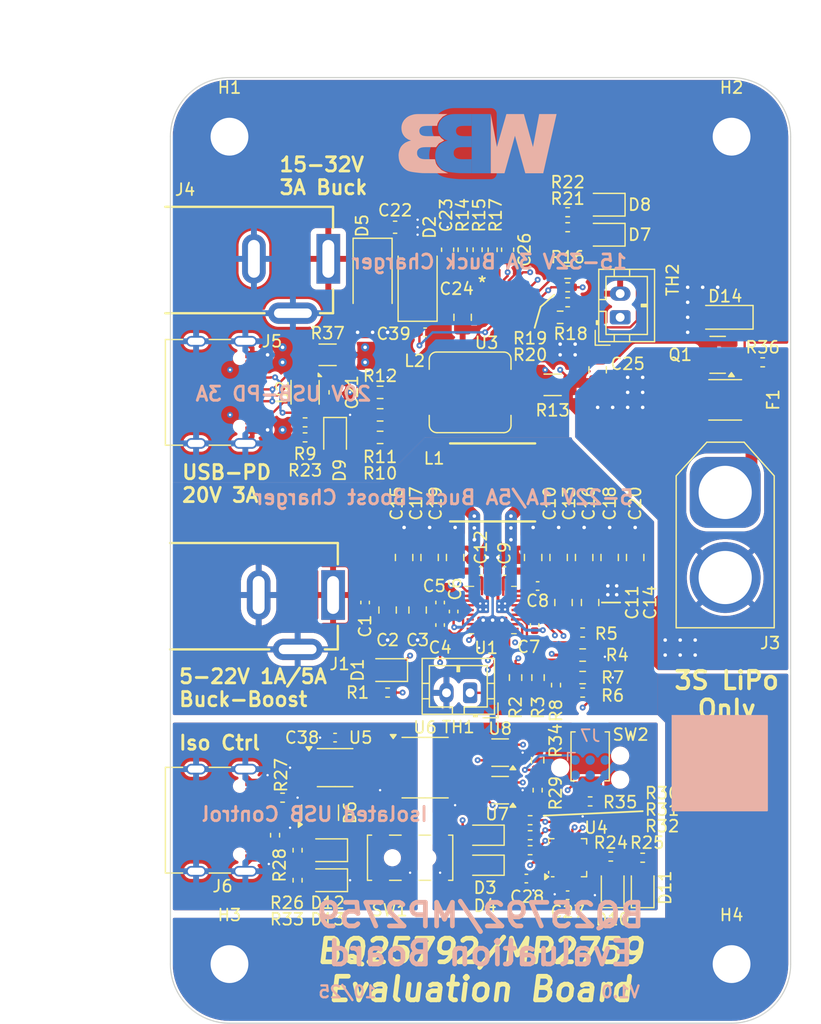
<source format=kicad_pcb>
(kicad_pcb (version 20241229) (generator "pcbnew") (generator_version "9.0")
  (title_block (title "3S LiPo Charger Test Board"))
  (layers (0 "F.Cu" signal) (4 "In1.Cu" signal) (6 "In2.Cu" signal) (2 "B.Cu" signal) (13 "F.Paste" user) (15 "B.Paste" user) (5 "F.SilkS" user "F.Silkscreen") (7 "B.SilkS" user "B.Silkscreen") (1 "F.Mask" user) (3 "B.Mask" user) (25 "Edge.Cuts" user))
  (net 0 "")
  (net 1 "VBUS")
  (net 2 "GNDPWR")
  (net 3 "Net-(U1-SW1)")
  (net 4 "Net-(U1-BTST1)")
  (net 5 "Net-(U1-SW2)")
  (net 6 "Net-(U1-BTST2)")
  (net 7 "Net-(U1-SDRV)")
  (net 8 "/BQ25792 Buck-boost/REGN")
  (net 9 "/BQ25792 Buck-boost/SYS")
  (net 10 "/BQ25792 Buck-boost/PMID")
  (net 11 "Net-(D1-A)")
  (net 12 "/VBUS")
  (net 13 "Net-(D2-K)")
  (net 14 "Net-(U1-TS)")
  (net 15 "Net-(R3-Pad1)")
  (net 16 "Net-(U1-PROG)")
  (net 17 "Net-(U1-BATP)")
  (net 18 "Net-(U1-ILIM_HIZ)")
  (net 22 "GNDA")
  (net 23 "Net-(U3-VCC)")
  (net 24 "+5V")
  (net 25 "GND")
  (net 26 "Net-(U5-V3)")
  (net 27 "Earth_Protective")
  (net 28 "Net-(U3-BST)")
  (net 29 "Net-(U3-SW)")
  (net 30 "/BQ25792 Buck-boost/STAT")
  (net 31 "/I2C Ctrl/5V_BS")
  (net 32 "/I2C Ctrl/D+")
  (net 33 "/I2C Ctrl/D-")
  (net 34 "+5VP")
  (net 35 "/MP2759 Buck/~{ACOK}")
  (net 36 "Net-(D7-A)")
  (net 37 "Net-(D8-A)")
  (net 38 "/MP2759 Buck/~{STAT}")
  (net 39 "Net-(D9-A)")
  (net 40 "/PD_PG")
  (net 41 "Net-(D10-A)")
  (net 42 "Net-(D11-A)")
  (net 43 "Net-(D12-A)")
  (net 44 "/I2C Ctrl/~{TNOW}")
  (net 45 "Net-(D13-A)")
  (net 46 "Net-(U2-DP)")
  (net 47 "Net-(J5-CC2)")
  (net 49 "Net-(U2-DM)")
  (net 50 "Net-(J5-CC1)")
  (net 52 "Net-(J6-CC2)")
  (net 53 "Net-(J6-CC1)")
  (net 56 "Net-(U3-CSP)")
  (net 57 "/CFG1")
  (net 58 "/CFG2")
  (net 59 "/CFG3")
  (net 60 "Net-(U3-VLIM)")
  (net 61 "Net-(U3-ILIM)")
  (net 62 "Net-(U3-ISET)")
  (net 63 "Net-(U3-CELL)")
  (net 64 "Net-(U3-VB)")
  (net 65 "Net-(U3-NTC)")
  (net 66 "Net-(U4-PB5)")
  (net 67 "Net-(U4-PB4)")
  (net 68 "Net-(R29-Pad2)")
  (net 69 "/I2C Ctrl/UPDI")
  (net 70 "/BQ25792 Buck-boost/SDA")
  (net 71 "/BQ25792 Buck-boost/SCL")
  (net 72 "/BQ25792 Buck-boost/~{INT}")
  (net 75 "/I2C Ctrl/TX_MCU")
  (net 76 "/I2C Ctrl/RX_MCU")
  (net 89 "Net-(D14-K)")
  (net 90 "Net-(J3-Pin_1)")
  (net 91 "Net-(Q1-D)")
  (net 96 "Net-(R34-Pad2)")
  (net 97 "Net-(R35-Pad1)")
  (net 98 "Net-(U5-TXD)")
  (net 99 "Net-(U5-RXD)")
  (net 100 "Net-(U6-VOB)")
  (net 101 "Net-(U6-VIA)")
  (net 102 "/BAT+")
  (net 103 "/MP2759 Buck/VIN")
  (footprint "Resistor_SMD:R_0402_1005Metric" (layer "F.Cu") (at 178.275 126.9035 180)
    (property "Reference" "R24")
    (property "Value" "4.7k")
  )
  (footprint "Charger:SW_Push_SPST_JLC_Basic" (layer "F.Cu") (at 176.53 118.425 90)
    (property "Reference" "SW2")
    (property "Value" "TS-1088-AR02016")
  )
  (footprint "Resistor_SMD:R_0603_1608Metric" (layer "F.Cu") (at 158.75 87.63 180)
    (property "Reference" "R12")
    (property "Value" "0R")
  )
  (footprint "Resistor_SMD:R_0402_1005Metric" (layer "F.Cu") (at 175.895 113.03)
    (property "Reference" "R6")
    (property "Value" "100k")
  )
  (footprint "Charger:DFN-10_2x2mm_P0.4mm" (layer "F.Cu") (at 152.4 87.63 -90)
    (property "Reference" "U2")
    (property "Value" "CH224Q")
  )
  (footprint "Capacitor_SMD:C_0805_2012Metric" (layer "F.Cu") (at 176.022 101.6 90)
    (property "Reference" "C16")
    (property "Value" "10uF")
  )
  (footprint "Capacitor_SMD:C_0402_1005Metric" (layer "F.Cu") (at 169.275 102.75 180)
    (property "Reference" "C9")
    (property "Value" "0.1uF")
  )
  (footprint "Resistor_SMD:R_0402_1005Metric" (layer "F.Cu") (at 151.765 128.905 90)
    (property "Reference" "R33")
    (property "Value" "4.7k")
  )
  (footprint "Resistor_SMD:R_0402_1005Metric" (layer "F.Cu") (at 152.4 91.44 180)
    (property "Reference" "R23")
    (property "Value" "16k")
  )
  (footprint "Resistor_SMD:R_0603_1608Metric" (layer "F.Cu") (at 175.895 111.76 180)
    (property "Reference" "R7")
    (property "Value" "220k")
  )
  (footprint "Connector_AMASS:AMASS_XT60-M_1x02_P7.20mm_Vertical" (layer "F.Cu") (at 187.96 96.095 -90)
    (property "Reference" "J3")
    (property "Value" "Batt")
  )
  (footprint "Capacitor_SMD:C_0603_1608Metric" (layer "F.Cu") (at 154.94 87.63 -90)
    (property "Reference" "C21")
    (property "Value" "1uF")
  )
  (footprint "Capacitor_SMD:C_0805_2012Metric" (layer "F.Cu") (at 160.782 101.6 90)
    (property "Reference" "C15")
    (property "Value" "10uF")
  )
  (footprint "Charger:TDK-SPM6530T" (layer "F.Cu") (at 168.275 95.25)
    (property "Reference" "L1")
    (property "Value" "1.0uH")
  )
  (footprint "Package_TO_SOT_SMD:SOT-23" (layer "F.Cu") (at 187.325 84.455 180)
    (property "Reference" "Q1")
    (property "Value" "HL2304")
  )
  (footprint "Diode_SMD:D_SOD-123" (layer "F.Cu") (at 187.96 81.28 180)
    (property "Reference" "D14")
    (property "Value" "MMSZ5246B")
  )
  (footprint "Diode_SMD:D_SOD-323" (layer "F.Cu") (at 167.64 125.095 180)
    (property "Reference" "D3")
    (property "Value" "1N5819WS")
  )
  (footprint "Resistor_SMD:R_0402_1005Metric" (layer "F.Cu") (at 174.625 73.66 180)
    (property "Reference" "R21")
    (property "Value" "16k")
  )
  (footprint "Capacitor_SMD:C_0603_1608Metric" (layer "F.Cu") (at 164.465 75.565 90)
    (property "Reference" "C23")
    (property "Value" "1uF")
  )
  (footprint "Resistor_SMD:R_0402_1005Metric" (layer "F.Cu") (at 171.45 123.825 180)
    (property "Reference" "R30")
    (property "Value" "10k")
  )
  (footprint "Resistor_SMD:R_0603_1608Metric" (layer "F.Cu") (at 172.085 118.745 90)
    (property "Reference" "R34")
    (property "Value" "0R")
  )
  (footprint "Capacitor_SMD:C_0603_1608Metric" (layer "F.Cu") (at 160.02 73.66)
    (property "Reference" "C22")
    (property "Value" "1uF")
  )
  (footprint "Resistor_SMD:R_0603_1608Metric" (layer "F.Cu") (at 158.75 91.44 180)
    (property "Reference" "R10")
    (property "Value" "0R")
  )
  (footprint "LED_SMD:LED_0805_2012Metric" (layer "F.Cu") (at 159.385 111.125 180)
    (property "Reference" "D1")
    (property "Value" "Yellow")
  )
  (footprint "Capacitor_SMD:C_0805_2012Metric" (layer "F.Cu") (at 162.941 101.6 90)
    (property "Reference" "C17")
    (property "Value" "10uF")
  )
  (footprint "Capacitor_SMD:C_0805_2012Metric" (layer "F.Cu") (at 161.925 106.045 -90)
    (property "Reference" "C3")
    (property "Value" "10uF")
  )
  (footprint "Resistor_SMD:R_0402_1005Metric" (layer "F.Cu") (at 171.45 125.095 180)
    (property "Reference" "R31")
    (property "Value" "10k")
  )
  (footprint "Resistor_SMD:R_0402_1005Metric" (layer "F.Cu") (at 150.495 121.92)
    (property "Reference" "R27")
    (property "Value" "5.1k")
  )
  (footprint "Resistor_SMD:R_0603_1608Metric" (layer "F.Cu") (at 158.75 89.535 180)
    (property "Reference" "R11")
    (property "Value" "0R")
  )
  (footprint "Charger:DC005-2.5" (layer "F.Cu") (at 140.5675 76.335)
    (property "Reference" "J4")
    (property "Value" "2.5x5.5mm")
  )
  (footprint "Resistor_SMD:R_0402_1005Metric" (layer "F.Cu") (at 172.085 121.285 -90)
    (property "Reference" "R29")
    (property "Value" "1k")
  )
  (footprint "Resistor_SMD:R_0402_1005Metric" (layer "F.Cu") (at 174.625 80.01)
    (property "Reference" "R19")
    (property "Value" "100k")
  )
  (footprint "NetTie:NetTie-2_SMD_Pad0.5mm" (layer "F.Cu") (at 165.735 73.66)
    (property "Reference" "NT2" (hide yes))
    (property "Value" "NetTie_2" (hide yes))
  )
  (footprint "Resistor_SMD:R_0402_1005Metric" (layer "F.Cu") (at 149.86 125.095 90)
    (property "Reference" "R28")
    (property "Value" "5.1k")
  )
  (footprint "LED_SMD:LED_0805_2012Metric" (layer "F.Cu") (at 180.975 129.54 90)
    (property "Reference" "D11")
    (property "Value" "Yellow")
  )
  (footprint "Resistor_SMD:R_0402_1005Metric" (layer "F.Cu") (at 168.275 75.565 90)
    (property "Reference" "R17")
    (property "Value" "33k")
  )
  (footprint "Diode_SMD:D_SMA" (layer "F.Cu") (at 161.925 78.105 90)
    (property "Reference" "D2")
    (property "Value" "B240A")
  )
  (footprint "Resistor_SMD:R_0402_1005Metric" (layer "F.Cu") (at 171.45 126.365 180)
    (property "Reference" "R32")
    (property "Value" "10k")
  )
  (footprint "Charger:QFN-19_MP2759_MNP" (layer "F.Cu") (at 169.545 80.01)
    (property "Reference" "U3")
    (property "Value" "MP2759")
  )
  (footprint "MountingHole:MountingHole_3.2mm_M3_Pad" (layer "F.Cu") (at 146 66)
    (property "Reference" "H1")
    (property "Value" "M3")
  )
  (footprint "Capacitor_SMD:C_0805_2012Metric" (layer "F.Cu") (at 171.704 101.6 90)
    (property "Reference" "C10")
    (property "Value" "10uF")
  )
  (footprint "Resistor_SMD:R_0402_1005Metric" (layer "F.Cu") (at 175.895 107.95 180)
    (property "Reference" "R5")
    (property "Value" "100R")
  )
  (footprint "Resistor_SMD:R_0603_1608Metric" (layer "F.Cu") (at 173.99 81.28)
    (property "Reference" "R18")
    (property "Value" "68k")
  )
  (footprint "Diode_SMD:D_SOD-323" (layer "F.Cu") (at 167.64 127.635 180)
    (property "Reference" "D4")
    (property "Value" "1N5819WS")
  )
  (footprint "Charger:VQFN29-HR" (layer "F.Cu") (at 168.275 106.045)
    (property "Reference" "U1")
    (property "Value" "BQ25792")
  )
  (footprint "Resistor_SMD:R_0402_1005Metric" (layer "F.Cu") (at 152.4 90.17 180)
    (property "Reference" "R9")
    (property "Value" "100k")
  )
  (footprint "Package_TO_SOT_SMD:SOT-143" (layer "F.Cu") (at 153.67 123.19 90)
    (property "Reference" "D6")
    (property "Value" "PRTR5V0U2X")
  )
  (footprint "Resistor_SMD:R_0402_1005Metric" (layer "F.Cu") (at 180.975 127 180)
    (property "Reference" "R25")
    (property "Value" "1.2k")
  )
  (footprint "LED_SMD:LED_0805_2012Metric" (layer "F.Cu") (at 154.94 91.44 -90)
    (property "Reference" "D9")
    (property "Value" "Green")
  )
  (footprint "Resistor_SMD:R_0603_1608Metric" (layer "F.Cu") (at 172.118 111.76 -90)
    (property "Reference" "R3")
    (property "Value" "30k")
  )
  (footprint "Resistor_SMD:R_1206_3216Metric" (layer "F.Cu") (at 173.355 86.995)
    (property "Reference" "R13")
    (property "Value" "20mR")
  )
  (footprint "Charger:DC005-2.5" (layer "F.Cu") (at 140.97 104.775)
    (property "Reference" "J1")
    (property "Value" "2.5x5.5mm")
  )
  (footprint "Capacitor_SMD:C_0805_2012Metric" (layer "F.Cu") (at 159.385 106.045 -90)
    (property "Reference" "C2")
    (property "Value" "10uF")
  )
  (footprint "Capacitor_SMD:C_0805_2012Metric" (layer "F.Cu") (at 178.181 101.6 90)
    (property "Reference" "C18")
    (property "Value" "10uF")
  )
  (footprint "LED_SMD:LED_0805_2012Metric" (layer "F.Cu") (at 178.435 129.54 90)
    (property "Reference" "D10")
    (property "Value" "Green")
  )
  (footprint "Fuse:Fuse_1812_4532Metric_Pad1.30x3.40mm_HandSolder" (layer "F.Cu") (at 187.96 88.265)
    (property "Reference" "F1")
    (property "Value" "BSMD1812-350-16V")
  )
  (footprint "Capacitor_SMD:C_0402_1005Metric" (layer "F.Cu") (at 163.83 107.315 90)
    (property "Reference" "C4")
    (property "Value" "4.7uF")
  )
  (footprint "Resistor_SMD:R_0402_1005Metric" (layer "F.Cu") (at 159.385 113.03)
    (property "Reference" "R1")
    (property "Value" "1.2k")
  )
  (footprint "Capacitor_SMD:C_0402_1005Metric" (layer "F.Cu") (at 163.83 105.41 -90)
    (property "Reference" "C5")
    (property "Value" "0.1uF")
  )
  (footprint "MountingHole:MountingHole_3.2mm_M3_Pad" (layer "F.Cu") (at 146 136)
    (property "Reference" "H3")
    (property "Value" "M3")
  )
  (footprint "Resistor_SMD:R_0402_1005Metric" (layer "F.Cu") (at 176.53 122.235 180)
    (property "Reference" "R35")
    (property "Value" "10k")
  )
  (footprint "LED_SMD:LED_0805_2012Metric" (layer "F.Cu") (at 154.305 128.905 180)
    (property "Reference" "D13")
    (property "Value" "Green")
  )
  (footprint "Capacitor_SMD:C_0402_1005Metric" (layer "F.Cu") (at 154.94 116.84 180)
    (property "Reference" "C38")
    (property "Value" "0.1uF")
  )
  (footprint "Package_DFN_QFN:VQFN-20-1EP_3x3mm_P0.4mm_EP1.7x1.7mm" (layer "F.Cu") (at 174.625 127 90)
    (property "Reference" "U4")
    (property "Value" "ATtiny1616-M")
  )
  (footprint "Capacitor_SMD:C_0402_1005Metric" (layer "F.Cu") (at 174.625 130.175 180)
    (property "Reference" "C27")
    (property "Value" "0.1uF")
  )
  (footprint "Capacitor_SMD:C_0603_1608Metric" (layer "F.Cu") (at 169.545 75.565 -90)
    (property "Reference" "C26")
    (property "Value" "1uF")
  )
  (footprint "Resistor_SMD:R_0603_1608Metric" (layer "F.Cu") (at 174.625 77.47)
    (property "Reference" "R16")
    (property "Value" "27k")
  )
  (footprint "Resistor_SMD:R_0603_1608Metric" (layer "F.Cu") (at 175.895 109.855 180)
    (property "Reference" "R4")
    (property "Value" "10.5k")
  )
  (footprint "Resistor_SMD:R_0402_1005Metric" (layer "F.Cu") (at 174.625 72.39 180)
    (property "Reference" "R22")
    (property "Value" "4.7k")
  )
  (footprint "Inductor_SMD:L_Bourns_SRP7028A_7.3x6.6mm" (layer "F.Cu") (at 166.37 87.63)
    (property "Reference" "L2")
    (property "Value" "10uH/5A")
  )
  (footprint "Capacitor_SMD:C_0402_1005Metric" (layer "F.Cu") (at 171.131 128.765)
    (property "Reference" "C28")
    (property "Value" "0.1uF")
  )
  (footprint "Connector_USB:USB_C_Receptacle_Palconn_UTC16-G" (layer "F.Cu") (at 145.415 123.825 -90)
    (property "Reference" "J6")
    (property "Value" "TYPE-C16PIN")
  )
  (footprint "Capacitor_SMD:C_0402_1005Metric" (layer "F.Cu") (at 157.48 105.41 -90)
    (property "Reference" "C1")
    (property "Value" "0.1uF")
  )
  (footprint "Resistor_SMD:R_0402_1005Metric" (layer "F.Cu") (at 167.005 75.565 90)
    (property "Reference" "R15")
    (property "Value" "10k")
  )
  (footprint "Capacitor_SMD:C_0805_2012Metric" (layer "F.Cu") (at 180.34 101.6 90)
    (property "Reference" "C20")
    (property "Value" "10uF")
  )
  (footprint "Resistor_SMD:R_0402_1005Metric" (layer "F.Cu") (at 165.735 75.565 90)
    (property "Reference" "R14")
    (property "Value" "140k")
  )
  (footprint "Resistor_SMD:R_0402_1005Metric" (layer "F.Cu") (at 151.765 126.365 -90)
    (property "Reference" "R26")
    (property "Value" "1.2k")
  )
  (footprint "LED_SMD:LED_0805_2012Metric" (layer "F.Cu") (at 177.8 71.755 180)
    (property "Reference" "D8")
    (property "Value" "Yellow")
  )
  (footprint "LED_SMD:LED_0805_2012Metric" (layer "F.Cu") (at 154.305 126.365 180)
    (property "Reference" "D12")
    (property "Value" "Yellow")
  )
  (footprint "Capacitor_SMD:C_0402_1005Metric" (layer "F.Cu") (at 172.085 104.013)
    (property "Reference" "C8")
    (property "Value" "1nF")
  )
  (footprint "MountingHole:MountingHole_3.2mm_M3_Pad" (layer "F.Cu") (at 188.5 66)
    (property "Reference" "H2")
    (property "Value" "M3")
  )
  (footprint "Connector_JST:JST_PH_B2B-PH-K_1x02_P2.00mm_Vertical" (layer "F.Cu") (at 179.07 81.28 90)
    (property "Reference" "TH2")
    (property "Value" "10k-ntc")
  )
  (footprint "Resistor_SMD:R_1206_3216Metric" (layer "F.Cu") (at 154.305 84.455)
    (property "Reference" "R37")
    (property "Value" "0R")
  )
  (footprint "Resistor_SMD:R_0603_1608Metric" (layer "F.Cu") (at 170.218 111.76 90)
    (property "Reference" "R2")
    (property "Value" "5.23k")
  )
  (footprint "Package_TO_SOT_SMD:SOT-363_SC-70-6" (layer "F.Cu") (at 168.91 121.285 180)
    (property "Reference" "U7")
    (property "Value" "SN74LVC1G3157")
  )
  (footprint "Capacitor_SMD:C_0805_2012Metric" (layer "F.Cu") (at 173.863 101.6 90)
    (property "Reference" "C13")
    (property "Value" "10uF")
  )
  (footprint "MountingHole:MountingHole_3.2mm_M3_Pad" (layer "F.Cu") (at 188.5 136)
    (property "Reference" "H4")
    (property "Value" "M3")
  )
  (footprint "Capacitor_SMD:C_0402_1005Metric" (layer "F.Cu") (at 167.275 102.75)
    (property "Reference" "C12")
    (property "Value" "0.1uF")
  )
  (footprint "LED_SMD:LED_0805_2012Metric" (layer "F.Cu") (at 177.8 74.295 180)
    (property "Reference" "D7")
    (property "Value" "Green")
  )
  (footprint "Capacitor_SMD:C_0805_2012Metric" (layer "F.Cu") (at 174.275 105.41 90)
    (property "Reference" "C11")
    (property "Value" "10uF")
  )
  (footprint "Capacitor_SMD:C_0805_2012Metric" (layer "F.Cu") (at 176.525 105.41 90)
    (property "Reference" "C14")
    (property "Value" "10uF")
  )
  (footprint "Capacitor_SMD:C_0402_1005Metric" (layer "F.Cu") (at 171.831 107.315 90)
    (property "Reference" "C7")
    (property "Value" "47nF")
  )
  (footprint "Connector_JST:JST_PH_B2B-PH-K_1x02_P2.00mm_Vertical" (layer "F.Cu") (at 166.37 113.05 180)
    (property "Reference" "TH1")
    (property "Value" "10k-ntc")
  )
  (footprint "Connector_USB:USB_C_Receptacle_Palconn_UTC16-G" (layer "F.Cu") (at 145.415 87.63 -90)
    (property "Reference" "J5")
    (property "Value" "TYPE-C16PIN")
  )
  (footprint "Charger:SW_DPDT_MS-22C01-G010" (layer "F.Cu") (at 161.29 127.001)
    (property "Reference" "SW1")
    (property "Value" "MS-22C01-G010")
  )
  (footprint "Resistor_SMD:R_0402_1005Metric" (layer "F.Cu") (at 191.135 85.09 180)
    (property "Reference" "R36")
    (property "Value" "100k")
  )
  (footprint "Capacitor_SMD:C_0402_1005Metric" (layer "F.Cu") (at 162.56 82.55)
    (property "Reference" "C39")
    (property "Value" "0.1uF")
  )
  (footprint "Capacitor_SMD:C_0805_2012Metric" (layer "F.Cu") (at 177.165 85.725 90)
    (property "Reference" "C25")
    (property "Value" "10uF")
  )
  (footprint "Package_TO_SOT_SMD:SOT-363_SC-70-6" (layer "F.Cu") (at 168.91 118.11 180)
    (property "Reference" "U8")
    (property "Value" "SN74LVC1G3157")
  )
  (footprint "Package_SO:SOIC-8_3.9x4.9mm_P1.27mm" (layer "F.Cu") (at 162.56 119.38)
    (property "Reference" "U6")
    (property "Value" "ADuM1201ARZ")
  )
  (footprint "Capacitor_SMD:C_0805_2012Metric" (layer "F.Cu") (at 165.1 101.6 90)
    (property "Reference" "C19")
    (property "Value" "10uF")
  )
  (footprint "Package_SO:MSOP-10_3x3mm_P0.5mm" (layer "F.Cu") (at 154.94 119.38)
    (property "Reference" "U5")
    (property "Value" "CH340X")
  )
  (footprint "Capacitor_SMD:C_0805_2012Metric" (layer "F.Cu") (at 165.735 81.28 -90)
    (property "Reference" "C24")
    (property "Value" "2.2uF")
  )
  (footprint "Resistor_SMD:R_0402_1005Metric" (layer "F.Cu") (at 174.625 78.74 180)
    (property "Reference" "R20")
    (property "Value" "10k")
  )
  (footprint "Diode_SMD:D_SMA" (layer "F.Cu") (at 158.115 78.105 -90)
    (property "Reference" "D5")
    (property "Value" "1SMA33A")
  )
  (footprint "Resistor_SMD:R_0402_1005Metric" (layer "F.Cu") (at 173.642 112.395 90)
    (property "Reference" "R8")
    (property "Value" "330R")
  )
  (footprint "Capacitor_SMD:C_0402_1005Metric" (layer "F.Cu") (at 164.973 106.172 90)
    (property "Reference" "C6")
    (property "Value" "47nF")
  )
  (footprint "NetTie:NetTie-2_SMD_Pad0.5mm" (layer "B.Cu") (at 168.275 115.316 90)
    (property "Reference" "NT1" (hide yes))
    (property "Value" "NetTie_2" (hide yes))
  )
  (footprint "Charger:WBB" (layer "B.Cu") (at 168.119922 69.095066 180)
    (property "Reference" "LBL1" (hide yes))
    (property "Value" "WBB")
  )
  (footprint "Connector:Tag-Connect_TC2030-IDC-NL_2x03_P1.27mm_Vertical" (layer "B.Cu") (at 176.53 119.38)
    (property "Reference" "J7")
    (property "Value" "TagConnect 2030-NL")
  )
  (gr_line (start 180.975 123.063) (end 172.593 123.444) (stroke (width 0.15)) (layer "F.SilkS"))
  (gr_line (start 171.831 82.169) (end 172.339 80.391) (stroke (width 0.15)) (layer "F.SilkS"))
  (gr_line (start 179.07 105.41) (end 177.525 105.41) (stroke (width 0.15)) (layer "F.SilkS"))
  (gr_line (start 172.339 80.391) (end 173.482 79.375) (stroke (width 0.15)) (layer "F.SilkS"))
  (gr_rect (start 183.5 115) (end 191.5 123) (stroke (width 0.15)) (fill yes) (layer "B.SilkS"))
  (gr_arc (start 146 141) (mid 142.464466 139.535534) (end 141 136) (stroke (width 0.1)) (layer "Edge.Cuts"))
  (gr_arc (start 188.5 61) (mid 192.035534 62.464466) (end 193.5 66) (stroke (width 0.1)) (layer "Edge.Cuts"))
  (gr_line (start 188.5 141) (end 146 141) (stroke (width 0.1)) (layer "Edge.Cuts"))
  (gr_line (start 193.5 66) (end 193.5 136) (stroke (width 0.1)) (layer "Edge.Cuts"))
  (gr_arc (start 141 66) (mid 142.464466 62.464466) (end 146 61) (stroke (width 0.1)) (layer "Edge.Cuts"))
  (gr_line (start 146 61) (end 188.5 61) (stroke (width 0.1)) (layer "Edge.Cuts"))
  (gr_arc (start 193.5 136) (mid 192.035534 139.535534) (end 188.5 141) (stroke (width 0.1)) (layer "Edge.Cuts"))
  (gr_line (start 141 136) (end 141 66) (stroke (width 0.1)) (layer "Edge.Cuts"))
  (gr_text "USB-PD\n20V 3A" (at 141.859 97.028 0) (layer "F.SilkS") (effects (font (size 1.2 1.2) (thickness 0.24) (bold yes)) (justify left bottom)))
  (gr_text "*" (at 167.386 78.359 0) (layer "F.SilkS") (effects (font (size 1 1))))
  (gr_text "Iso Ctrl" (at 141.605 117.983 0) (layer "F.SilkS") (effects (font (size 1.2 1.2) (thickness 0.24) (bold yes)) (justify left bottom)))
  (gr_text "5-22V 1A/5A\nBuck-Boost" (at 141.605 114.3 0) (layer "F.SilkS") (effects (font (size 1.2 1.2) (thickness 0.24) (bold yes)) (justify left bottom)))
  (gr_text "3S LiPo\nOnly" (at 188.087 111.125 0) (layer "F.SilkS") (effects (font (size 1.5 1.5) (thickness 0.3) (bold yes)) (justify top)))
  (gr_text "15-32V\n3A Buck" (at 150.114 70.993 0) (layer "F.SilkS") (effects (font (size 1.2 1.2) (thickness 0.24) (bold yes)) (justify left bottom)))
  (gr_text "BQ25792/MP2759\nEvaluation Board" (at 167.25 133.731 0) (layer "F.SilkS") (effects (font (size 2 2) (thickness 0.4) (bold yes) (italic yes)) (justify top)))
  (gr_text "20V USB-PD 3A" (at 143.002 87.757 0) (layer "B.SilkS") (effects (font (size 1.2 1.2) (thickness 0.24) (bold yes)) (justify right mirror)))
  (gr_text "V1.0" (at 180.848 138.938 0) (layer "B.SilkS") (effects (font (size 1 1) (thickness 0.2) (bold yes)) (justify left bottom mirror)))
  (gr_text "10/25" (at 153.416 138.938 0) (layer "B.SilkS") (effects (font (size 1 1) (thickness 0.2) (bold yes)) (justify right bottom mirror)))
  (gr_text "5-22V 1A/5A Buck-Boost Charger" (at 147.955 96.52 0) (layer "B.SilkS") (effects (font (size 1.2 1.2) (thickness 0.24) (bold yes)) (justify right mirror)))
  (gr_text "BQ25792/MP2759\nEvaluation Board" (at 167.25 133.477 0) (layer "B.SilkS") (effects (font (size 2 2) (thickness 0.4) (bold yes)) (justify mirror)))
  (gr_text "Isolated USB Control" (at 143.51 123.317 0) (layer "B.SilkS") (effects (font (size 1.2 1.2) (thickness 0.24) (bold yes)) (justify right mirror)))
  (gr_text "15-32V 3A Buck Charger" (at 156.21 76.581 0) (layer "B.SilkS") (effects (font (size 1.2 1.2) (thickness 0.24) (bold yes)) (justify right mirror)))
  (segment (start 166.875 107.445) (end 166.875 107.895) (width 0.2) (layer "F.Cu") (net 1))
  (segment (start 166.275 108.585) (end 166.875 107.985) (width 0.2) (layer "F.Cu") (net 1))
  (segment (start 166.751 107.315) (end 166.751 107.321) (width 0.2) (layer "F.Cu") (net 1))
  (segment (start 166.375 107.245) (end 166.681 107.245) (width 0.2) (layer "F.Cu") (net 1))
  (segment (start 166.681 107.245) (end 166.751 107.315) (width 0.2) (layer "F.Cu") (net 1))
  (segment (start 161.925 105.095) (end 162.09 104.93) (width 0.5) (layer "F.Cu") (net 1))
  (segment (start 157.48 104.93) (end 159.22 104.93) (width 0.4) (layer "F.Cu") (net 1))
  (segment (start 166.751 107.321) (end 166.875 107.445) (width 0.2) (layer "F.Cu") (net 1))
  (segment (start 165.57 105.245) (end 165.57 104.845) (width 0.2) (layer "F.Cu") (net 1))
  (segment (start 159.385 105.095) (end 161.925 105.095) (width 1) (layer "F.Cu") (net 1))
  (segment (start 159.22 104.93) (end 159.385 105.095) (width 0.4) (layer "F.Cu") (net 1))
  (segment (start 166.375 104.845) (end 165.57 104.845) (width 0.2) (layer "F.Cu") (net 1))
  (segment (start 166.375 105.245) (end 165.57 105.245) (width 0.2) (layer "F.Cu") (net 1))
  (segment (start 157.325 104.775) (end 157.48 104.93) (width 0.4) (layer "F.Cu") (net 1))
  (segment (start 154.77 104.775) (end 157.325 104.775) (width 0.4) (layer "F.Cu") (net 1))
  (segment (start 165.57 104.845) (end 164.725 104) (width 0.2) (layer "F.Cu") (net 1))
  (segment (start 164.725 104) (end 164.725 104.035) (width 0.2) (layer "F.Cu") (net 1))
  (segment (start 162.09 104.93) (end 163.83 104.93) (width 0.5) (layer "F.Cu") (net 1))
  (segment (start 166.875 107.985) (end 166.875 107.895) (width 0.2) (layer "F.Cu") (net 1))
  (segment (start 164.725 104.035) (end 163.83 104.93) (width 0.2) (layer "F.Cu") (net 1))
  (via (at 166.275 108.585) (size 0.5) (drill 0.2) (layers "F.Cu" "B.Cu") (net 1))
  (via (at 164.725 104) (size 0.5) (drill 0.2) (layers "F.Cu" "B.Cu") (net 1))
  (segment (start 166.92 101.605) (end 167.755 102.440001) (width 0.4) (layer "F.Cu") (net 2))
  (segment (start 159.33 107.05) (end 159.385 106.995) (width 0.4) (layer "F.Cu") (net 2))
  (segment (start 168.72 101.605) (end 168.725 101.6) (width 0.4) (layer "F.Cu") (net 2))
  (segment (start 161.925 108.585) (end 161.925 106.995) (width 0.4) (layer "F.Cu") (net 2))
  (segment (start 168.475 108.55) (end 168.275 108.75) (width 0.2) (layer "F.Cu") (net 2))
  (segment (start 147.925 90.83) (end 149.2 90.83) (width 0.4) (layer "F.Cu") (net 2))
  (segment (start 171.634612 100.8) (end 170.435001 100.8) (width 0.4) (layer "F.Cu") (net 2))
  (segment (start 156.845 82.55) (end 158.115 82.55) (width 1) (layer "F.Cu") (net 2))
  (segment (start 164.465 73.66) (end 165.235 73.66) (width 0.25) (layer "F.Cu") (net 2))
  (segment (start 167.825 101.6) (end 167.82 101.605) (width 0.4) (layer "F.Cu") (net 2))
  (segment (start 167.275 108.75) (end 167.275 107.945) (width 0.2) (layer "F.Cu") (net 2))
  (segment (start 176.525 104.46) (end 174.275 104.46) (width 1) (layer "F.Cu") (net 2))
  (segment (start 169.745 81.41) (end 169.745 83.5025) (width 0.2) (layer "F.Cu") (net 2))
  (segment (start 163.83 105.89) (end 163.83 106.835) (width 0.25) (layer "F.Cu") (net 2))
  (segment (start 157.48 105.89) (end 157.48 106.305) (width 0.4) (layer "F.Cu") (net 2))
  (segment (start 165.25 100.8) (end 166.114999 100.8) (width 0.4) (layer "F.Cu") (net 2))
  (segment (start 180.330388 100.659612) (end 178.317612 100.659612) (width 0.4) (layer "F.Cu") (net 2))
  (segment (start 176.012388 100.659612) (end 173.872612 100.659612) (width 0.4) (layer "F.Cu") (net 2))
  (segment (start 168.725 101.6) (end 168.73 101.605) (width 0.4) (layer "F.Cu") (net 2))
  (segment (start 154.94 88.405) (end 155.08 88.405) (width 0.2) (layer "F.Cu") (net 2))
  (segment (start 154.165 87.63) (end 154.94 88.405) (width 0.2) (layer "F.Cu") (net 2))
  (segment (start 171.704 99.06) (end 171.704 100.65) (width 0.4) (layer "F.Cu") (net 2))
  (segment (start 167.83 101.605) (end 168.72 101.605) (width 0.4) (layer "F.Cu") (net 2))
  (segment (start 169.345 81.41) (end 169.345 83.5025) (width 0.2) (layer "F.Cu") (net 2))
  (segment (start 171.704 100.65) (end 171.704 100.730612) (width 0.4) (layer "F.Cu") (net 2))
  (segment (start 167.675 107.945) (end 167.675 108.75) (width 0.2) (layer "F.Cu") (net 2))
  (segment (start 168.945001 81.41) (end 168.945001 83.467499) (width 0.2) (layer "F.Cu") (net 2))
  (segment (start 171.704 100.730612) (end 171.634612 100.8) (width 0.4) (layer "F.Cu") (net 2))
  (segment (start 169.38 101.605) (end 169.505 101.73) (width 0.4) (layer "F.Cu") (net 2))
  (segment (start 147.925 83.89) (end 147.345 83.31) (width 0.4) (layer "F.Cu") (net 2))
  (segment (start 165.1 99.06) (end 165.1 100.65) (width 0.4) (layer "F.Cu") (net 2))
  (segment (start 173.863 99.06) (end 173.863 100.65) (width 0.4) (layer "F.Cu") (net 2))
  (segment (start 147.925 84.43) (end 149.2 84.43) (width 0.4) (layer "F.Cu") (net 2))
  (segment (start 172.578 104) (end 173.725 104) (width 0.25) (layer "F.Cu") (net 2))
  (segment (start 168.275 108.75) (end 167.275 108.75) (width 0.2) (layer "F.Cu") (net 2))
  (segment (start 167.275 109.1) (end 167.125 109.25) (width 0.2) (layer "F.Cu") (net 2))
  (segment (start 162.941 100.65) (end 165.1 100.65) (width 0.4) (layer "F.Cu") (net 2))
  (segment (start 160.795 73.66) (end 161.925 73.66) (width 0.25) (layer "F.Cu") (net 2))
  (segment (start 167.82 101.605) (end 166.92 101.605) (width 0.4) (layer "F.Cu") (net 2))
  (segment (start 159.575 87.63) (end 159.575 89.535) (width 0.2) (layer "F.Cu") (net 2))
  (segment (start 173.872612 100.659612) (end 173.863 100.65) (width 0.4) (layer "F.Cu") (net 2))
  (segment (start 167.275 108.75) (end 167.275 109.1) (width 0.2) (layer "F.Cu") (net 2))
  (segment (start 152.4 87.63) (end 154.165 87.63) (width 0.2) (layer "F.Cu") (net 2))
  (segment (start 166.114999 100.8) (end 166.92 101.605) (width 0.4) (layer "F.Cu") (net 2))
  (segment (start 173.863 100.65) (end 173.853388 100.659612) (width 0.4) (layer "F.Cu") (net 2))
  (segment (start 169.075 106.9) (end 168.275 106.9) (width 0.2) (layer "F.Cu") (net 2))
  (segment (start 167.675 108.75) (end 167.275 108.75) (width 0.2) (layer "F.Cu") (net 2))
  (segment (start 149.2 84.43) (end 149.225 84.455) (width 0.4) (layer "F.Cu") (net 2))
  (segment (start 178.308 100.65) (end 178.181 100.65) (width 0.4) (layer "F.Cu") (net 2))
  (segment (start 170.435001 100.8) (end 169.505 101.73) (width 0.4) (layer "F.Cu") (net 2))
  (segment (start 165.1 100.65) (end 165.25 100.8) (width 0.4) (layer "F.Cu") (net 2))
  (segment (start 168.475 107.945) (end 168.475 108.55) (width 0.2) (layer "F.Cu") (net 2))
  (segment (start 159.385 86.36) (end 159.385 87.44) (width 0.2) (layer "F.Cu") (net 2))
  (segment (start 160.782 99.06) (end 160.782 100.65) (width 0.4) (layer "F.Cu") (net 2))
  (segment (start 176.72 109.855) (end 176.865 110) (width 0.25) (layer "F.Cu") (net 2))
  (segment (start 176.865 110) (end 177.775 110) (width 0.25) (layer "F.Cu") (net 2))
  (segment (start 176.72 109.855) (end 176.72 111.76) (width 0.25) (layer "F.Cu") (net 2))
  (segment (start 168.275 104.345) (end 168.275 102.75) (width 0.25) (layer "F.Cu") (net 2))
  (segment (start 180.34 99.06) (end 180.34 100.65) (width 0.4) (layer "F.Cu") (net 2))
  (segment (start 168.795 102.440001) (end 168.795 102.75) (width 0.4) (layer "F.Cu") (net 2))
  (segment (start 161.925 106.995) (end 162.085 106.835) (width 0.4) (layer "F.Cu") (net 2))
  (segment (start 178.025 104.75) (end 178.025 104.5) (width 0.4) (layer "F.Cu") (net 2))
  (segment (start 158.115 80.105) (end 158.115 82.55) (width 1) (layer "F.Cu") (net 2))
  (segment (start 167.83 101.605) (end 167.825 101.6) (width 0.4) (layer "F.Cu") (net 2))
  (segment (start 168.73 101.605) (end 169.38 101.605) (width 0.4) (layer "F.Cu") (net 2))
  (segment (start 174.185 104.46) (end 174.275 104.46) (width 0.25) (layer "F.Cu") (net 2))
  (segment (start 147.925 90.83) (end 147.925 91.37) (width 0.4) (layer "F.Cu") (net 2))
  (segment (start 172.565 104.013) (end 172.578 104) (width 0.25) (layer "F.Cu") (net 2))
  (segment (start 159.575 89.535) (end 159.575 91.44) (width 0.2) (layer "F.Cu") (net 2))
  (segment (start 161.925 73.66) (end 161.925 74.295) (width 0.25) (layer "F.Cu") (net 2))
  (segment (start 168.275 102.75) (end 168.795 102.75) (width 0.25) (layer "F.Cu") (net 2))
  (segment (start 177.985 104.46) (end 176.525 104.46) (width 0.4) (layer "F.Cu") (net 2))
  (segment (start 160.782 100.65) (end 162.941 100.65) (width 0.4) (layer "F.Cu") (net 2))
  (segment (start 159.385 108.585) (end 159.385 106.995) (width 0.4) (layer "F.Cu") (net 2))
  (segment (start 158.225 107.05) (end 159.33 107.05) (width 0.4) (layer "F.Cu") (net 2))
  (segment (start 168.275 102.75) (end 167.755 102.75) (width 0.25) (layer "F.Cu") (net 2))
  (segment (start 147.925 91.37) (end 147.345 91.95) (width 0.4) (layer "F.Cu") (net 2))
  (segment (start 178.025 104.5) (end 178.025 104) (width 0.4) (layer "F.Cu") (net 2))
  (segment (start 167.755 102.440001) (end 167.755 102.75) (width 0.4) (layer "F.Cu") (net 2))
  (segment (start 178.181 99.06) (end 178.181 100.65) (width 0.4) (layer "F.Cu") (net 2))
  (segment (start 164.465 73.66) (end 164.465 74.79) (width 0.2) (layer "F.Cu") (net 2))
  (segment (start 178.025 104.5) (end 177.985 104.46) (width 0.4) (layer "F.Cu") (net 2))
  (segment (start 178.181 100.65) (end 176.022 100.65) (width 0.4) (layer "F.Cu") (net 2))
  (segment (start 173.725 104) (end 174.185 104.46) (width 0.25) (layer "F.Cu") (net 2))
  (segment (start 180.34 100.65) (end 180.330388 100.659612) (width 0.4) (layer "F.Cu") (net 2))
  (segment (start 176.022 100.65) (end 176.012388 100.659612) (width 0.4) (layer "F.Cu") (net 2))
  (segment (start 169.505 101.73) (end 168.795 102.440001) (width 0.4) (layer "F.Cu") (net 2))
  (segment (start 162.941 99.06) (end 162.941 100.65) (width 0.4) (layer "F.Cu") (net 2))
  (segment (start 161.925 73.66) (end 161.925 73.025) (width 0.25) (layer "F.Cu") (net 2))
  (segment (start 176.022 99.06) (end 176.022 100.65) (width 0.4) (layer "F.Cu") (net 2))
  (segment (start 187.01 83.505) (end 186.31 82.805) (width 0.5) (layer "F.Cu") (net 2))
  (segment (start 159.385 87.44) (end 159.575 87.63) (width 0.2) (layer "F.Cu") (net 2))
  (segment (start 158.115 82.55) (end 159.385 82.55) (width 1) (layer "F.Cu") (net 2))
  (segment (start 188.2625 83.505) (end 187.01 83.505) (width 0.5) (layer "F.Cu") (net 2))
  (segment (start 162.085 106.835) (end 163.83 106.835) (width 0.4) (layer "F.Cu") (net 2))
  (segment (start 157.48 106.305) (end 158.225 107.05) (width 0.4) (layer "F.Cu") (net 2))
  (segment (start 168.275 106.9) (end 168.275 104.345) (width 0.2) (layer "F.Cu") (net 2))
  (segment (start 171.713612 100.659612) (end 171.704 100.65) (width 0.4) (layer "F.Cu") (net 2))
  (segment (start 168.275 106.9) (end 167.475 106.9) (width 0.2) (layer "F.Cu") (net 2))
  (segment (start 147.925 84.43) (end 147.925 83.89) (width 0.4) (layer "F.Cu") (net 2))
  (segment (start 149.2 90.83) (end 149.225 90.805) (width 0.4) (layer "F.Cu") (net 2))
  (segment (start 173.853388 100.659612) (end 171.713612 100.659612) (width 0.4) (layer "F.Cu") (net 2))
  (segment (start 155.08 88.405) (end 156.21 89.535) (width 0.2) (layer "F.Cu") (net 2))
  (segment (start 186.31 82.805) (end 186.31 81.28) (width 0.5) (layer "F.Cu") (net 2))
  (segment (start 159.385 106.995) (end 161.925 106.995) (width 0.4) (layer "F.Cu") (net 2))
  (segment (start 178.317612 100.659612) (end 178.308 100.65) (width 0.4) (layer "F.Cu") (net 2))
  (via (at 178.025 104) (size 0.7) (drill 0.3) (layers "F.Cu" "B.Cu") (net 2))
  (via (at 180.34 99.06) (size 0.7) (drill 0.3) (layers "F.Cu" "B.Cu") (net 2))
  (via (at 178.181 99.06) (size 0.7) (drill 0.3) (layers "F.Cu" "B.Cu") (net 2))
  (via (at 149.225 84.455) (size 0.7) (drill 0.3) (layers "F.Cu" "B.Cu") (net 2))
  (via (at 167.475 106.9) (size 0.7) (drill 0.3) (layers "F.Cu" "B.Cu") (net 2))
  (via (at 171.704 99.06) (size 0.7) (drill 0.3) (layers "F.Cu" "B.Cu") (net 2))
  (via (at 176.022 99.06) (size 0.7) (drill 0.3) (layers "F.Cu" "B.Cu") (net 2))
  (via (at 156.21 89.535) (size 0.5) (drill 0.2) (layers "F.Cu" "B.Cu") (net 2))
  (via (at 158.115 82.55) (size 0.7) (drill 0.3) (layers "F.Cu" "B.Cu") (net 2))
  (via (at 168.275 106.9) (size 0.7) (drill 0.3) (layers "F.Cu" "B.Cu") (net 2))
  (via (at 178.025 104.75) (size 0.7) (drill 0.3) (layers "F.Cu" "B.Cu") (net 2))
  (via (at 159.385 86.36) (size 0.5) (drill 0.2) (layers "F.Cu" "B.Cu") (net 2))
  (via (at 178.435 111.76) (size 0.5) (drill 0.2) (layers "F.Cu" "B.Cu") (net 2))
  (via (at 184.785 82.55) (size 0.7) (drill 0.3) (layers "F.Cu" "B.Cu") (net 2))
  (via (at 184.785 78.74) (size 0.7) (drill 0.3) (layers "F.Cu" "B.Cu") (net 2))
  (via (at 164.465 73.66) (size 0.5) (drill 0.2) (layers "F.Cu" "B.Cu") (net 2))
  (via (at 184.785 81.28) (size 0.7) (drill 0.3) (layers "F.Cu" "B.Cu") (net 2))
  (via (at 165.1 99.06) (size 0.7) (drill 0.3) (layers "F.Cu" "B.Cu") (net 2))
  (via (at 187.325 78.74) (size 0.7) (drill 0.3) (layers "F.Cu" "B.Cu") (net 2))
  (via (at 178.775 104.75) (size 0.7) (drill 0.3) (layers "F.Cu" "B.Cu") (net 2))
  (via (at 173.99 84.455) (size 0.7) (drill 0.3) (layers "F.Cu" "B.Cu") (net 2))
  (via (at 184.785 80.01) (size 0.7) (drill 0.3) (layers "F.Cu" "B.Cu") (net 2))
  (via (at 160.782 99.06) (size 0.7) (drill 0.3) (layers "F.Cu" "B.Cu") (net 2))
  (via (at 167.825 101.6) (size 0.7) (drill 0.3) (layers "F.Cu" "B.Cu") (net 2))
  (via (at 162.941 99.06) (size 0.7) (drill 0.3) (layers "F.Cu" "B.Cu") (net 2))
  (via (at 161.925 73.025) (size 0.5) (drill 0.2) (layers "F.Cu" "B.Cu") (net 2))
  (via (at 159.385 82.55) (size 0.7) (drill 0.3) (layers "F.Cu" "B.Cu") (net 2))
  (via (at 168.725 101.6) (size 0.7) (drill 0.3) (layers "F.Cu" "B.Cu") (net 2))
  (via (at 156.845 82.55) (size 0.7) (drill 0.3) (layers "F.Cu" "B.Cu") (net 2))
  (via (at 159.385 108.585) (size 0.7) (drill 0.3) (layers "F.Cu" "B.Cu") (net 2))
  (via (at 173.99 83.551) (size 0.7) (drill 0.3) (layers "F.Cu" "B.Cu") (net 2))
  (via (at 149.225 90.805) (size 0.7) (drill 0.3) (layers "F.Cu" "B.Cu") (net 2))
  (via (at 175.26 83.551) (size 0.7) (drill 0.3) (layers "F.Cu" "B.Cu") (net 2))
  (via (at 167.125 109.25) (size 0.5) (drill 0.2) (layers "F.Cu" "B.Cu") (net 2))
  (via (at 161.925 108.585) (size 0.7) (drill 0.3) (layers "F.Cu" "B.Cu") (net 2))
  (via (at 169.075 106.9) (size 0.7) (drill 0.3) (layers "F.Cu" "B.Cu") (net 2))
  (via (at 161.925 73.66) (size 0.5) (drill 0.2) (layers "F.Cu" "B.Cu") (net 2))
  (via (at 175.26 84.455) (size 0.7) (drill 0.3) (layers "F.Cu" "B.Cu") (net 2))
  (via (at 161.925 74.295) (size 0.5) (drill 0.2) (layers "F.Cu" "B.Cu") (net 2))
  (via (at 173.863 99.06) (size 0.7) (drill 0.3) (layers "F.Cu" "B.Cu") (net 2))
  (via (at 178.775 104) (size 0.7) (drill 0.3) (layers "F.Cu" "B.Cu") (net 2))
  (via (at 186.055 78.74) (size 0.7) (drill 0.3) (layers "F.Cu" "B.Cu") (net 2))
  (via (at 177.775 110) (size 0.5) (drill 0.2) (layers "F.Cu" "B.Cu") (net 2))
  (segment (start 168.275 102.05) (end 168.275 106.9) (width 0.2) (layer "B.Cu") (net 2))
  (segment (start 168.725 101.6) (end 168.275 102.05) (width 0.2) (layer "B.Cu") (net 2))
  (segment (start 164.973 107.448) (end 165.025 107.5) (width 0.2) (layer "F.Cu") (net 3))
  (segment (start 167.775 105.45) (end 167.725 105.5) (width 0.25) (layer "F.Cu") (net 3))
  (segment (start 166.725 98.1) (end 165.5 96.875) (width 1) (layer "F.Cu") (net 3))
  (segment (start 167.825 104.345) (end 167.825 105.45) (width 0.25) (layer "F.Cu") (net 3))
  (segment (start 165.5 96.875) (end 165.5 95.25) (width 1) (layer "F.Cu") (net 3))
  (segment (start 166.725 99.1) (end 166.725 98.1) (width 1) (layer "F.Cu") (net 3))
  (segment (start 164.973 106.652) (end 164.973 107.448) (width 0.2) (layer "F.Cu") (net 3))
  (segment (start 166.725 100.1) (end 166.725 99.1) (width 1) (layer "F.Cu") (net 3))
  (via (at 166.725 98.1) (size 0.7) (drill 0.3) (layers "F.Cu" "B.Cu") (net 3))
  (via (at 167.225 106) (size 0.5) (drill 0.2) (layers "F.Cu" "B.Cu") (net 3))
  (via (at 167.225 105.5) (size 0.5) (drill 0.2) (layers "F.Cu" "B.Cu") (net 3))
  (via (at 167.725 105.5) (size 0.5) (drill 0.2) (layers "F.Cu" "B.Cu") (net 3))
  (via (at 167.725 106) (size 0.5) (drill 0.2) (layers "F.Cu" "B.Cu") (net 3))
  (via (at 166.725 100.1) (size 0.7) (drill 0.3) (layers "F.Cu" "B.Cu") (net 3))
  (via (at 165.025 107.5) (size 0.5) (drill 0.2) (layers "F.Cu" "B.Cu") (net 3))
  (via (at 166.725 99.1) (size 0.7) (drill 0.3) (layers "F.Cu" "B.Cu") (net 3))
  (segment (start 167.225 106) (end 165.725 107.5) (width 0.25) (layer "B.Cu") (net 3))
  (segment (start 165.725 107.5) (end 165.025 107.5) (width 0.25) (layer "B.Cu") (net 3))
  (segment (start 166.725 98.1) (end 166.725 100.1) (width 1) (layer "B.Cu") (net 3))
  (segment (start 166.725 105) (end 166.725 100.1) (width 1) (layer "B.Cu") (net 3))
  (segment (start 167.225 105.5) (end 166.725 105) (width 1) (layer "B.Cu") (net 3))
  (segment (start 165.103 105.692) (end 164.973 105.692) (width 0.2) (layer "F.Cu") (net 4))
  (segment (start 165.15 105.645) (end 165.103 105.692) (width 0.2) (layer "F.Cu") (net 4))
  (segment (start 166.375 105.645) (end 165.15 105.645) (width 0.2) (layer "F.Cu") (net 4))
  (segment (start 169.825 98.1) (end 171.05 96.875) (width 1) (layer "F.Cu") (net 5))
  (segment (start 169.825 100.1) (end 169.825 99.1) (width 1) (layer "F.Cu") (net 5))
  (segment (start 168.725 104.345) (end 168.725 105.45) (width 0.25) (layer "F.Cu") (net 5))
  (segment (start 169.825 99.1) (end 169.825 98.1) (width 1) (layer "F.Cu") (net 5))
  (segment (start 171.876 107.75) (end 171.831 107.795) (width 0.25) (layer "F.Cu") (net 5))
  (segment (start 168.775 105.45) (end 168.825 105.5) (width 0.25) (layer "F.Cu") (net 5))
  (segment (start 171.05 96.875) (end 171.05 95.25) (width 1) (layer "F.Cu") (net 5))
  (segment (start 172.525 107.75) (end 171.876 107.75) (width 0.25) (layer "F.Cu") (net 5))
  (via (at 169.325 105.5) (size 0.5) (drill 0.2) (layers "F.Cu" "B.Cu") (net 5))
  (via (at 169.825 100.1) (size 0.7) (drill 0.3) (layers "F.Cu" "B.Cu") (net 5))
  (via (at 168.825 105.5) (size 0.5) (drill 0.2) (layers "F.Cu" "B.Cu") (net 5))
  (via (at 168.825 106) (size 0.5) (drill 0.2) (layers "F.Cu" "B.Cu") (net 5))
  (via (at 169.325 106) (size 0.5) (drill 0.2) (layers "F.Cu" "B.Cu") (net 5))
  (via (at 169.825 98.1) (size 0.7) (drill 0.3) (layers "F.Cu" "B.Cu") (net 5))
  (via (at 169.825 99.1) (size 0.7) (drill 0.3) (layers "F.Cu" "B.Cu") (net 5))
  (via (at 172.525 107.75) (size 0.5) (drill 0.2) (layers "F.Cu" "B.Cu") (net 5))
  (segment (start 169.825 105) (end 169.825 100.1) (width 1) (layer "B.Cu") (net 5))
  (segment (start 169.325 105.5) (end 169.825 105) (width 1) (layer "B.Cu") (net 5))
  (segment (start 172.525 107.75) (end 171.075 107.75) (width 0.25) (layer "B.Cu") (net 5))
  (segment (start 171.075 107.75) (end 169.325 106) (width 0.25) (layer "B.Cu") (net 5))
  (segment (start 169.825 98.1) (end 169.825 100.1) (width 1) (layer "B.Cu") (net 5))
  (segment (start 171.441 106.445) (end 170.1375 106.445) (width 0.2) (layer "F.Cu") (net 6))
  (segment (start 171.831 106.835) (end 171.441 106.445) (width 0.2) (layer "F.Cu") (net 6))
  (segment (start 170.58 104.445) (end 170 104.445) (width 0.2) (layer "F.Cu") (net 7))
  (segment (start 171.592 104) (end 171.025 104) (width 0.2) (layer "F.Cu") (net 7))
  (segment (start 171.605 104.013) (end 171.592 104) (width 0.2) (layer "F.Cu") (net 7))
  (segment (start 171.025 104) (end 170.58 104.445) (width 0.2) (layer "F.Cu") (net 7))
  (segment (start 165.83 106.045) (end 165.775 106.1) (width 0.2) (layer "F.Cu") (net 8))
  (segment (start 159.895 113.03) (end 160.655 113.03) (width 0.2) (layer "F.Cu") (net 8))
  (segment (start 164.611479 107.795) (end 163.83 107.795) (width 0.2) (layer "F.Cu") (net 8))
  (segment (start 164.866479 108.05) (end 165.252818 108.05) (width 0.2) (layer "F.Cu") (net 8))
  (segment (start 165.735 123.825) (end 165.735 124.24) (width 0.2) (layer "F.Cu") (net 8))
  (segment (start 163.83 110.49) (end 163.83 107.795) (width 0.2) (layer "F.Cu") (net 8))
  (segment (start 170.218 110.935) (end 170.218 110.357) (width 0.2) (layer "F.Cu") (net 8))
  (segment (start 165.775 106.1) (end 165.775 107.527818) (width 0.2) (layer "F.Cu") (net 8))
  (segment (start 170.218 110.357) (end 170.45 110.125) (width 0.2) (layer "F.Cu") (net 8))
  (segment (start 175.895 114.3) (end 176.405 113.79) (width 0.2) (layer "F.Cu") (net 8))
  (segment (start 165.775 107.527818) (end 165.252818 108.05) (width 0.2) (layer "F.Cu") (net 8))
  (segment (start 164.611479 107.795) (end 164.866479 108.05) (width 0.2) (layer "F.Cu") (net 8))
  (segment (start 165.735 124.24) (end 166.59 125.095) (width 0.2) (layer "F.Cu") (net 8))
  (segment (start 166.375 106.045) (end 165.83 106.045) (width 0.2) (layer "F.Cu") (net 8))
  (segment (start 176.405 113.79) (end 176.405 113.03) (width 0.2) (layer "F.Cu") (net 8))
  (via (at 170.45 110.125) (size 0.5) (drill 0.2) (layers "F.Cu" "B.Cu") (net 8))
  (via (at 165.735 123.825) (size 0.5) (drill 0.2) (layers "F.Cu" "B.Cu") (net 8))
  (via (at 160.655 113.03) (size 0.5) (drill 0.2) (layers "F.Cu" "B.Cu") (net 8))
  (via (at 163.83 110.49) (size 0.5) (drill 0.2) (layers "F.Cu" "B.Cu") (net 8))
  (via (at 175.895 114.3) (size 0.5) (drill 0.2) (layers "F.Cu" "B.Cu") (net 8))
  (segment (start 173.872612 102.559612) (end 173.863 102.55) (width 1) (layer "F.Cu") (net 9))
  (segment (start 180.330388 102.559612) (end 178.317612 102.559612) (width 1) (layer "F.Cu") (net 9))
  (segment (start 171.725 102.75) (end 171.775 102.7) (width 0.25) (layer "F.Cu") (net 9))
  (segment (start 169.175 103.34149) (end 169.755 102.76149) (width 0.25) (layer "F.Cu") (net 9))
  (segment (start 178.308 102.55) (end 178.181 102.55) (width 1) (layer "F.Cu") (net 9))
  (segment (start 180.34 102.55) (end 180.330388 102.559612) (width 1) (layer "F.Cu") (net 9))
  (segment (start 176.276 102.55) (end 176.022 102.55) (width 1) (layer "F.Cu") (net 9))
  (segment (start 178.317612 102.559612) (end 178.308 102.55) (width 1) (layer "F.Cu") (net 9))
  (segment (start 176.012388 102.559612) (end 173.872612 102.559612) (width 1) (layer "F.Cu") (net 9))
  (segment (start 169.175 104.345) (end 169.175 103.34149) (width 0.25) (layer "F.Cu") (net 9))
  (segment (start 173.863 102.55) (end 171.704 102.55) (width 1) (layer "F.Cu") (net 9))
  (segment (start 169.755 102.76149) (end 169.755 102.75) (width 0.25) (layer "F.Cu") (net 9))
  (segment (start 176.022 102.55) (end 176.012388 102.559612) (width 1) (layer "F.Cu") (net 9))
  (segment (start 176.285612 102.559612) (end 176.276 102.55) (width 1) (layer "F.Cu") (net 9))
  (segment (start 178.181 102.55) (end 178.171388 102.559612) (width 1) (layer "F.Cu") (net 9))
  (segment (start 178.171388 102.559612) (end 176.285612 102.559612) (width 1) (layer "F.Cu") (net 9))
  (segment (start 171.775 102.621) (end 171.704 102.55) (width 0.25) (layer "F.Cu") (net 9))
  (segment (start 169.755 102.75) (end 171.725 102.75) (width 0.6) (layer "F.Cu") (net 9))
  (segment (start 171.775 102.7) (end 171.775 102.621) (width 0.25) (layer "F.Cu") (net 9))
  (segment (start 165.025 102.55) (end 164.825 102.75) (width 0.4) (layer "F.Cu") (net 10))
  (segment (start 167.375 103.34149) (end 166.795 102.76149) (width 0.25) (layer "F.Cu") (net 10))
  (segment (start 162.941 102.55) (end 165.1 102.55) (width 1) (layer "F.Cu") (net 10))
  (segment (start 167.375 104.32) (end 167.375 103.34149) (width 0.25) (layer "F.Cu") (net 10))
  (segment (start 160.782 102.55) (end 162.941 102.55) (width 1) (layer "F.Cu") (net 10))
  (segment (start 165.1 102.55) (end 165.025 102.55) (width 0.4) (layer "F.Cu") (net 10))
  (segment (start 164.825 102.75) (end 166.795 102.75) (width 0.6) (layer "F.Cu") (net 10))
  (segment (start 166.795 102.76149) (end 166.795 102.75) (width 0.25) (layer "F.Cu") (net 10))
  (segment (start 158.875 113.03) (end 158.875 111.5525) (width 0.2) (layer "F.Cu") (net 11))
  (segment (start 158.875 111.5525) (end 158.4475 111.125) (width 0.2) (layer "F.Cu") (net 11))
  (segment (start 152.4 88.48) (end 152.4 89.66) (width 0.2) (layer "F.Cu") (net 12))
  (segment (start 154.865 86.78) (end 154.94 86.855) (width 0.2) (layer "F.Cu") (net 12))
  (segment (start 149.72 90.03) (end 150.495 90.805) (width 0.25) (layer "F.Cu") (net 12))
  (segment (start 147.709 85.446) (end 146.329 85.446) (width 0.25) (layer "F.Cu") (net 12))
  (segment (start 146.329 85.446) (end 146.05 85.725) (width 0.25) (layer "F.Cu") (net 12))
  (segment (start 147.925 90.03) (end 147.709 89.814) (width 0.25) (layer "F.Cu") (net 12))
  (segment (start 147.709 89.814) (end 146.329 89.814) (width 0.25) (layer "F.Cu") (net 12))
  (segment (start 152.4 89.66) (end 151.89 90.17) (width 0.2) (layer "F.Cu") (net 12))
  (segment (start 150.355 85.23) (end 150.495 85.09) (width 0.25) (layer "F.Cu") (net 12))
  (segment (start 147.925 90.03) (end 149.72 90.03) (width 0.25) (layer "F.Cu") (net 12))
  (segment (start 147.925 85.23) (end 147.709 85.446) (width 0.25) (layer "F.Cu") (net 12))
  (segment (start 146.329 89.814) (end 146.05 89.535) (width 0.25) (layer "F.Cu") (net 12))
  (segment (start 150.495 85.09) (end 150.495 83.82) (width 0.25) (layer "F.Cu") (net 12))
  (segment (start 151.89 90.17) (end 151.89 91.44) (width 0.2) (layer "F.Cu") (net 12))
  (segment (start 147.925 85.23) (end 150.355 85.23) (width 0.25) (layer "F.Cu") (net 12))
  (segment (start 153.2 86.78) (end 154.865 86.78) (width 0.2) (layer "F.Cu") (net 12))
  (via (at 150.495 83.82) (size 0.7) (drill 0.3) (layers "F.Cu" "B.Cu") (net 12))
  (via (at 146.05 89.535) (size 0.5) (drill 0.2) (layers "F.Cu" "B.Cu") (net 12))
  (via (at 150.495 90.805) (size 0.7) (drill 0.3) (layers "F.Cu" "B.Cu") (net 12))
  (via (at 156.21 87.63) (size 0.5) (drill 0.2) (layers "F.Cu" "B.Cu") (net 12))
  (via (at 146.05 85.725) (size 0.5) (drill 0.2) (layers "F.Cu" "B.Cu") (net 12))
  (via (at 150.495 85.09) (size 0.7) (drill 0.3) (layers "F.Cu" "B.Cu") (net 12))
  (segment (start 166.055 80.01) (end 165.735 80.33) (width 0.25) (layer "F.Cu") (net 13))
  (segment (start 165.51 80.105) (end 165.735 80.33) (width 0.4) (layer "F.Cu") (net 13))
  (segment (start 161.925 80.105) (end 165.51 80.105) (width 0.4) (layer "F.Cu") (net 13))
  (segment (start 168.595 80.01) (end 166.055 80.01) (width 0.25) (layer "F.Cu") (net 13))
  (segment (start 168.774 111.809) (end 169.55 112.585) (width 0.2) (layer "F.Cu") (net 14))
  (segment (start 172.118 112.585) (end 170.218 112.585) (width 0.2) (layer "F.Cu") (net 14))
  (segment (start 169.675 109.585936) (end 168.774 110.486936) (width 0.2) (layer "F.Cu") (net 14))
  (segment (start 168.774 111.774) (end 168.774 111.809) (width 0.2) (layer "F.Cu") (net 14))
  (segment (start 169.55 112.585) (end 170.218 112.585) (width 0.2) (layer "F.Cu") (net 14))
  (segment (start 167.498 113.05) (end 166.37 113.05) (width 0.2) (layer "F.Cu") (net 14))
  (segment (start 168.774 111.774) (end 167.498 113.05) (width 0.2) (layer "F.Cu") (net 14))
  (segment (start 168.774 110.486936) (end 168.774 111.774) (width 0.2) (layer "F.Cu") (net 14))
  (segment (start 169.675 107.895) (end 169.675 109.585936) (width 0.2) (layer "F.Cu") (net 14))
  (segment (start 173.642 111.885) (end 173.068 111.885) (width 0.2) (layer "F.Cu") (net 15))
  (segment (start 173.068 111.885) (end 172.118 110.935) (width 0.2) (layer "F.Cu") (net 15))
  (segment (start 172.466 106.483694) (end 172.027306 106.045) (width 0.2) (layer "F.Cu") (net 16))
  (segment (start 173.38 109.855) (end 175.07 109.855) (width 0.25) (layer "F.Cu") (net 16))
  (segment (start 173.545958 107.99314) (end 172.466 106.913182) (width 0.2) (layer "F.Cu") (net 16))
  (segment (start 172.027306 106.045) (end 170.175 106.045) (width 0.2) (layer "F.Cu") (net 16))
  (segment (start 173.545958 108.187315) (end 173.545958 107.99314) (width 0.2) (layer "F.Cu") (net 16))
  (segment (start 172.466 106.913182) (end 172.466 106.483694) (width 0.2) (layer "F.Cu") (net 16))
  (segment (start 173.275 109.75) (end 173.38 109.855) (width 0.25) (layer "F.Cu") (net 16))
  (via (at 173.275 109.75) (size 0.5) (drill 0.2) (layers "F.Cu" "B.Cu") (net 16))
  (via (at 173.545958 108.187315) (size 0.5) (drill 0.2) (layers "F.Cu" "B.Cu") (net 16))
  (segment (start 175.385 108.38) (end 175.385 107.95) (width 0.2) (layer "F.Cu") (net 17))
  (segment (start 171.175 108.4) (end 171.561091 108.786091) (width 0.2) (layer "F.Cu") (net 17))
  (segment (start 174.978909 108.786091) (end 175.385 108.38) (width 0.2) (layer "F.Cu") (net 17))
  (segment (start 170.773388 106.845) (end 171.175 107.246612) (width 0.2) (layer "F.Cu") (net 17))
  (segment (start 171.175 107.246612) (end 171.175 108.4) (width 0.2) (layer "F.Cu") (net 17))
  (segment (start 171.561091 108.786091) (end 174.978909 108.786091) (width 0.2) (layer "F.Cu") (net 17))
  (segment (start 170.15 106.845) (end 170.773388 106.845) (width 0.2) (layer "F.Cu") (net 17))
  (segment (start 170.677 107.245) (end 170.775 107.343) (width 0.2) (layer "F.Cu") (net 18))
  (segment (start 175.07 111.76) (end 175.07 112.395) (width 0.2) (layer "F.Cu") (net 18))
  (segment (start 170.125 107.245) (end 170.677 107.245) (width 0.2) (layer "F.Cu") (net 18))
  (segment (start 172.426 110.251) (end 173.751 110.251) (width 0.2) (layer "F.Cu") (net 18))
  (segment (start 175.07 112.395) (end 175.385 112.71) (width 0.2) (layer "F.Cu") (net 18))
  (segment (start 175.07 111.57) (end 175.07 111.76) (width 0.2) (layer "F.Cu") (net 18))
  (segment (start 170.775 108.6) (end 172.426 110.251) (width 0.2) (layer "F.Cu") (net 18))
  (segment (start 170.775 107.343) (end 170.775 108.6) (width 0.2) (layer "F.Cu") (net 18))
  (segment (start 175.385 112.71) (end 175.385 113.03) (width 0.2) (layer "F.Cu") (net 18))
  (segment (start 173.751 110.251) (end 175.07 111.57) (width 0.2) (layer "F.Cu") (net 18))
  (segment (start 167.005 75.055) (end 167.005 74.43) (width 0.4) (layer "F.Cu") (net 22))
  (segment (start 169.175 74.79) (end 169.545 74.79) (width 0.25) (layer "F.Cu") (net 22))
  (segment (start 169.645 78.61) (end 169.645 78.176389) (width 0.2) (layer "F.Cu") (net 22))
  (segment (start 168.91 75.055) (end 169.175 74.79) (width 0.25) (layer "F.Cu") (net 22))
  (segment (start 168.275 75.055) (end 168.91 75.055) (width 0.25) (layer "F.Cu") (net 22))
  (segment (start 167.005 74.43) (end 166.235 73.66) (width 0.4) (layer "F.Cu") (net 22))
  (segment (start 169.645 78.176389) (end 170.965 76.856389) (width 0.2) (layer "F.Cu") (net 22))
  (segment (start 169.245 78.080001) (end 169.245 78.61) (width 0.2) (layer "F.Cu") (net 23))
  (segment (start 169.545 77.47) (end 169.545 76.34) (width 0.2) (layer "F.Cu") (net 23))
  (segment (start 169.545 77.780001) (end 169.245 78.080001) (width 0.2) (layer "F.Cu") (net 23))
  (segment (start 169.545 77.47) (end 169.545 77.780001) (width 0.2) (layer "F.Cu") (net 23))
  (segment (start 175.895 78.74) (end 175.135 78.74) (width 0.2) (layer "F.Cu") (net 23))
  (via (at 169.545 77.47) (size 0.5) (drill 0.2) (layers "F.Cu" "B.Cu") (net 23))
  (via (at 175.895 78.74) (size 0.5) (drill 0.2) (layers "F.Cu" "B.Cu") (net 23))
  (segment (start 175.025 128.45) (end 175.025 130.095) (width 0.2) (layer "F.Cu") (net 24))
  (segment (start 175.025 130.095) (end 175.105 130.175) (width 0.2) (layer "F.Cu") (net 24))
  (segment (start 165.1 122.555) (end 165.056 122.511) (width 0.2) (layer "F.Cu") (net 25))
  (segment (start 180.975 130.4775) (end 178.435 130.4775) (width 0.2) (layer "F.Cu") (net 25))
  (segment (start 178.435 130.4775) (end 177.2415 130.4775) (width 0.2) (layer "F.Cu") (net 25))
  (segment (start 176.02 122.235) (end 176.02 123.38) (width 0.2) (layer "F.Cu") (net 25))
  (segment (start 171.611 128.765) (end 171.611 129.645) (width 0.2) (layer "F.Cu") (net 25))
  (segment (start 174.625 129.695) (end 174.145 130.175) (width 0.2) (layer "F.Cu") (net 25))
  (segment (start 171.611 129.645) (end 171.731 129.765) (width 0.2) (layer "F.Cu") (net 25))
  (segment (start 165.056 122.511) (end 165.056 121.306) (width 0.2) (layer "F.Cu") (net 25))
  (segment (start 169.86 118.11) (end 170.815 118.11) (width 0.2) (layer "F.Cu") (net 25))
  (segment (start 174.145 130.175) (end 174.061 130.091) (width 0.18) (layer "F.Cu") (net 25))
  (segment (start 176.02 123.38) (end 175.895 123.505) (width 0.2) (layer "F.Cu") (net 25))
  (segment (start 165.056 121.306) (end 165.035 121.285) (width 0.2) (layer "F.Cu") (net 25))
  (segment (start 174.625 128.45) (end 174.625 129.695) (width 0.2) (layer "F.Cu") (net 25))
  (segment (start 177.2415 130.4775) (end 176.93 130.166) (width 0.2) (layer "F.Cu") (net 25))
  (segment (start 169.86 121.285) (end 170.815 121.285) (width 0.2) (layer "F.Cu") (net 25))
  (segment (start 163.83 129.761) (end 163.79 129.801) (width 0.4) (layer "F.Cu") (net 25))
  (segment (start 163.83 128.27) (end 163.83 129.761) (width 0.4) (layer "F.Cu") (net 25))
  (segment (start 174.625 128.45) (end 174.625 127) (width 0.2) (layer "F.Cu") (net 25))
  (segment (start 174.061 130.091) (end 173.53 130.091) (width 0.18) (layer "F.Cu") (net 25))
  (via (at 171.731 129.765) (size 0.5) (drill 0.2) (layers "F.Cu" "B.Cu") (net 25))
  (via (at 176.93 130.166) (size 0.5) (drill 0.2) (layers "F.Cu" "B.Cu") (net 25))
  (via (at 173.53 130.091) (size 0.5) (drill 0.2) (layers "F.Cu" "B.Cu") (net 25))
  (via (at 170.815 118.11) (size 0.5) (drill 0.2) (layers "F.Cu" "B.Cu") (net 25))
  (via (at 163.83 128.27) (size 0.5) (drill 0.2) (layers "F.Cu" "B.Cu") (net 25))
  (via (at 175.895 123.505) (size 0.5) (drill 0.2) (layers "F.Cu" "B.Cu") (net 25))
  (via (at 165.1 122.555) (size 0.5) (drill 0.2) (layers "F.Cu" "B.Cu") (net 25))
  (via (at 170.815 121.285) (size 0.5) (drill 0.2) (layers "F.Cu" "B.Cu") (net 25))
  (segment (start 155.42 117.955) (end 155.42 116.84) (width 0.2) (layer "F.Cu") (net 26))
  (segment (start 157.0525 118.38) (end 155.845 118.38) (width 0.2) (layer "F.Cu") (net 26))
  (segment (start 155.845 118.38) (end 155.42 117.955) (width 0.2) (layer "F.Cu") (net 26))
  (segment (start 149.985 124.46) (end 149.86 124.585) (width 0.2) (layer "F.Cu") (net 27))
  (segment (start 153.67 116.84) (end 154.46 116.84) (width 0.2) (layer "F.Cu") (net 27))
  (segment (start 147.925 127.025) (end 147.345 127.605) (width 0.4) (layer "F.Cu") (net 27))
  (segment (start 152.92 124.19) (end 151.4 124.19) (width 0.2) (layer "F.Cu") (net 27))
  (segment (start 147.345 127.605) (end 147.345 128.145) (width 0.4) (layer "F.Cu") (net 27))
  (segment (start 160.064 121.306) (end 160.085 121.285) (width 0.2) (layer "F.Cu") (net 27))
  (segment (start 155.2425 128.905) (end 156.21 128.905) (width 0.2) (layer "F.Cu") (net 27))
  (segment (start 151.4 124.19) (end 151.13 124.46) (width 0.2) (layer "F.Cu") (net 27))
  (segment (start 147.925 120.625) (end 147.345 120.045) (width 0.4) (layer "F.Cu") (net 27))
  (segment (start 149.3295 127.5305) (end 148.824 127.025) (width 0.4) (layer "F.Cu") (net 27))
  (segment (start 152.8275 119.38) (end 151.13 119.38) (width 0.2) (layer "F.Cu") (net 27))
  (segment (start 147.345 120.045) (end 147.345 119.505) (width 0.4) (layer "F.Cu") (net 27))
  (segment (start 148.824 127.025) (end 147.925 127.025) (width 0.4) (layer "F.Cu") (net 27))
  (segment (start 149.225 120.015) (end 148.615 120.625) (width 0.4) (layer "F.Cu") (net 27))
  (segment (start 159.978 121.285) (end 159.999 121.306) (width 0.2) (layer "F.Cu") (net 27))
  (segment (start 151.13 124.46) (end 149.985 124.46) (width 0.2) (layer "F.Cu") (net 27))
  (segment (start 158.75 121.285) (end 159.978 121.285) (width 0.2) (layer "F.Cu") (net 27))
  (segment (start 151.765 121.92) (end 151.005 121.92) (width 0.2) (layer "F.Cu") (net 27))
  (segment (start 148.615 120.625) (end 147.925 120.625) (width 0.4) (layer "F.Cu") (net 27))
  (segment (start 159.999 121.306) (end 160.064 121.306) (width 0.2) (layer "F.Cu") (net 27))
  (segment (start 161.29 128.27) (end 161.29 129.801) (width 0.4) (layer "F.Cu") (net 27))
  (via (at 156.21 128.905) (size 0.5) (drill 0.2) (layers "F.Cu" "B.Cu") (net 27))
  (via (at 151.13 119.38) (size 0.5) (drill 0.2) (layers "F.Cu" "B.Cu") (net 27))
  (via (at 153.67 116.84) (size 0.5) (drill 0.2) (layers "F.Cu" "B.Cu") (net 27))
  (via (at 158.75 121.285) (size 0.5) (drill 0.2) (layers "F.Cu" "B.Cu") (net 27))
  (via (at 151.765 121.92) (size 0.5) (drill 0.2) (layers "F.Cu" "B.Cu") (net 27))
  (via (at 161.29 128.27) (size 0.5) (drill 0.2) (layers "F.Cu" "B.Cu") (net 27))
  (via (at 149.225 120.015) (size 0.5) (drill 0.2) (layers "F.Cu" "B.Cu") (net 27))
  (via (at 149.3295 127.5305) (size 0.5) (drill 0.2) (layers "F.Cu" "B.Cu") (net 27))
  (via (at 151.13 124.46) (size 0.5) (drill 0.2) (layers "F.Cu" "B.Cu") (net 27))
  (segment (start 162.08 83.665) (end 162.08 82.55) (width 0.2) (layer "F.Cu") (net 28))
  (segment (start 167.64 82.55) (end 168.445 81.745) (width 0.2) (layer "F.Cu") (net 28))
  (segment (start 168.445 81.745) (end 168.445 81.41) (width 0.2) (layer "F.Cu") (net 28))
  (via (at 162.08 83.665) (size 0.5) (drill 0.2) (layers "F.Cu" "B.Cu") (net 28))
  (via (at 167.64 82.55) (size 0.5) (drill 0.2) (layers "F.Cu" "B.Cu") (net 28))
  (segment (start 163.195 82.55) (end 167.64 82.55) (width 0.2) (layer "B.Cu") (net 28))
  (segment (start 162.08 83.665) (end 163.195 82.55) (width 0.2) (layer "B.Cu") (net 28))
  (segment (start 166.07 104.445) (end 166.55 104.445) (width 0.2) (layer "F.Cu") (net 30))
  (segment (start 160.3225 110.8675) (end 160.3225 111.125) (width 0.2) (layer "F.Cu") (net 30))
  (segment (start 161.29 109.9) (end 160.3225 110.8675) (width 0.2) (layer "F.Cu") (net 30))
  (segment (start 165.525 103.9) (end 166.07 104.445) (width 0.2) (layer "F.Cu") (net 30))
  (via (at 165.525 103.9) (size 0.5) (drill 0.2) (layers "F.Cu" "B.Cu") (net 30))
  (via (at 161.29 109.9) (size 0.5) (drill 0.2) (layers "F.Cu" "B.Cu") (net 30))
  (segment (start 165.735 127.635) (end 166.59 127.635) (width 0.4) (layer "F.Cu") (net 31))
  (segment (start 163.79 124.201) (end 163.79 125.69) (width 0.4) (layer "F.Cu") (net 31))
  (segment (start 163.79 125.69) (end 165.735 127.635) (width 0.4) (layer "F.Cu") (net 31))
  (segment (start 166.59 127.635) (end 165.99 127.635) (width 0.4) (layer "F.Cu") (net 31))
  (segment (start 154.971 121.619744) (end 155.171 121.819744) (width 0.2) (layer "F.Cu") (net 32))
  (segment (start 154.971 119.411) (end 154.971 121.619744) (width 0.2) (layer "F.Cu") (net 32))
  (segment (start 153.94 118.38) (end 154.971 119.411) (width 0.2) (layer "F.Cu") (net 32))
  (segment (start 154.005 123.575) (end 147.925 123.575) (width 0.2) (layer "F.Cu") (net 32))
  (segment (start 155.171 121.819744) (end 155.171 122.560256) (width 0.2) (layer "F.Cu") (net 32))
  (segment (start 148.705 123.575) (end 148.756 123.626) (width 0.2) (layer "F.Cu") (net 32))
  (segment (start 154.94 123.87) (end 154.62 124.19) (width 0.2) (layer "F.Cu") (net 32))
  (segment (start 155.171 122.560256) (end 154.940256 122.791) (width 0.2) (layer "F.Cu") (net 32))
  (segment (start 152.8275 118.38) (end 153.94 118.38) (width 0.2) (layer "F.Cu") (net 32))
  (segment (start 147.925 123.575) (end 148.705 123.575) (width 0.2) (layer "F.Cu") (net 32))
  (segment (start 154.94 122.791) (end 154.94 123.87) (width 0.2) (layer "F.Cu") (net 32))
  (segment (start 148.756 124.524) (end 148.705 124.575) (width 0.2) (layer "F.Cu") (net 32))
  (segment (start 148.756 123.626) (end 148.756 124.524) (width 0.2) (layer "F.Cu") (net 32))
  (segment (start 148.705 124.575) (end 147.925 124.575) (width 0.2) (layer "F.Cu") (net 32))
  (segment (start 154.940256 122.791) (end 154.94 122.791) (width 0.2) (layer "F.Cu") (net 32))
  (segment (start 154.62 124.19) (end 154.005 123.575) (width 0.2) (layer "F.Cu") (net 32))
  (segment (start 152.8275 118.88) (end 153.8595 118.88) (width 0.2) (layer "F.Cu") (net 33))
  (segment (start 147.925 124.075) (end 147.145 124.075) (width 0.2) (layer "F.Cu") (net 33))
  (segment (start 147.145 124.075) (end 147.094 124.024) (width 0.2) (layer "F.Cu") (net 33))
  (segment (start 147.094 123.126) (end 147.145 123.075) (width 0.2) (layer "F.Cu") (net 33))
  (segment (start 147.925 123.075) (end 153.735 123.075) (width 0.2) (layer "F.Cu") (net 33))
  (segment (start 147.094 124.024) (end 147.094 123.126) (width 0.2) (layer "F.Cu") (net 33))
  (segment (start 153.735 123.075) (end 154.62 122.19) (width 0.2) (layer "F.Cu") (net 33))
  (segment (start 147.145 123.075) (end 147.925 123.075) (width 0.2) (layer "F.Cu") (net 33))
  (segment (start 153.8595 118.88) (end 154.62 119.6405) (width 0.2) (layer "F.Cu") (net 33))
  (segment (start 154.62 119.6405) (end 154.62 122.19) (width 0.2) (layer "F.Cu") (net 33))
  (segment (start 146.05 122.718) (end 147.343 121.425) (width 0.2) (layer "F.Cu") (net 34))
  (segment (start 147.343 121.425) (end 147.925 121.425) (width 0.2) (layer "F.Cu") (net 34))
  (segment (start 157.0525 119.88) (end 157.98 119.88) (width 0.2) (layer "F.Cu") (net 34))
  (segment (start 146.05 124.932) (end 146.05 122.718) (width 0.2) (layer "F.Cu") (net 34))
  (segment (start 147.925 126.225) (end 147.343 126.225) (width 0.2) (layer "F.Cu") (net 34))
  (segment (start 147.343 126.225) (end 146.05 124.932) (width 0.2) (layer "F.Cu") (net 34))
  (segment (start 157.98 119.88) (end 158.75 120.65) (width 0.2) (layer "F.Cu") (net 34))
  (segment (start 180.49125 76.04875) (end 178.7375 74.295) (width 0.2) (layer "F.Cu") (net 35))
  (segment (start 172.471 82.131) (end 179.909448 82.131) (width 0.2) (layer "F.Cu") (net 35))
  (segment (start 179.909448 82.131) (end 180.49125 81.549198) (width 0.2) (layer "F.Cu") (net 35))
  (segment (start 171.45 81.11) (end 172.471 82.131) (width 0.2) (layer "F.Cu") (net 35))
  (segment (start 170.945 81.11) (end 171.45 81.11) (width 0.2) (layer "F.Cu") (net 35))
  (segment (start 180.49125 81.549198) (end 180.49125 76.04875) (width 0.2) (layer "F.Cu") (net 35))
  (segment (start 176.2275 73.66) (end 176.8625 74.295) (width 0.2) (layer "F.Cu") (net 36))
  (segment (start 175.135 73.66) (end 176.2275 73.66) (width 0.2) (layer "F.Cu") (net 36))
  (segment (start 176.2275 72.39) (end 176.8625 71.755) (width 0.2) (layer "F.Cu") (net 37))
  (segment (start 175.135 72.39) (end 176.2275 72.39) (width 0.2) (layer "F.Cu") (net 37))
  (segment (start 170.144999 82.010001) (end 170.393354 82.258356) (width 0.2) (layer "F.Cu") (net 38))
  (segment (start 178.7375 71.755) (end 178.7375 72.82525) (width 0.2) (layer "F.Cu") (net 38))
  (segment (start 170.144999 81.41) (end 170.144999 82.010001) (width 0.2) (layer "F.Cu") (net 38))
  (segment (start 171.45 82.258356) (end 171.673644 82.482) (width 0.2) (layer "F.Cu") (net 38))
  (segment (start 178.7375 72.82525) (end 180.84225 74.93) (width 0.2) (layer "F.Cu") (net 38))
  (segment (start 180.84225 81.694587) (end 180.84225 74.93) (width 0.2) (layer "F.Cu") (net 38))
  (segment (start 180.054836 82.482) (end 180.84225 81.694587) (width 0.2) (layer "F.Cu") (net 38))
  (segment (start 170.393354 82.258356) (end 171.45 82.258356) (width 0.2) (layer "F.Cu") (net 38))
  (segment (start 171.673644 82.482) (end 180.054836 82.482) (width 0.2) (layer "F.Cu") (net 38))
  (segment (start 153.8475 92.3775) (end 152.91 91.44) (width 0.2) (layer "F.Cu") (net 39))
  (segment (start 154.94 92.3775) (end 153.8475 92.3775) (width 0.2) (layer "F.Cu") (net 39))
  (segment (start 154.94 90.5025) (end 153.2 88.7625) (width 0.2) (layer "F.Cu") (net 40))
  (segment (start 153.2 88.7625) (end 153.2 88.48) (width 0.2) (layer "F.Cu") (net 40))
  (segment (start 178.785 128.366) (end 178.6715 128.366) (width 0.2) (layer "F.Cu") (net 41))
  (segment (start 178.785 126.9035) (end 178.785 128.366) (width 0.2) (layer "F.Cu") (net 41))
  (segment (start 178.6715 128.366) (end 178.435 128.6025) (width 0.2) (layer "F.Cu") (net 41))
  (segment (start 180.985 127.5) (end 181.485 127) (width 0.2) (layer "F.Cu") (net 42))
  (segment (start 180.985 128.5925) (end 180.985 127.5) (width 0.2) (layer "F.Cu") (net 42))
  (segment (start 180.975 128.6025) (end 180.985 128.5925) (width 0.2) (layer "F.Cu") (net 42))
  (segment (start 151.765 125.855) (end 152.275 126.365) (width 0.2) (layer "F.Cu") (net 43))
  (segment (start 152.275 126.365) (end 153.3675 126.365) (width 0.2) (layer "F.Cu") (net 43))
  (segment (start 157.0525 124.555) (end 155.2425 126.365) (width 0.2) (layer "F.Cu") (net 44))
  (segment (start 157.0525 120.38) (end 157.0525 124.555) (width 0.2) (layer "F.Cu") (net 44))
  (segment (start 152.275 128.905) (end 153.3675 128.905) (width 0.2) (layer "F.Cu") (net 45))
  (segment (start 151.765 129.415) (end 152.275 128.905) (width 0.2) (layer "F.Cu") (net 45))
  (segment (start 149.675392 87.38) (end 150.776392 86.279) (width 0.2) (layer "F.Cu") (net 46))
  (segment (start 147.926054 87.378946) (end 147.925 87.38) (width 0.2) (layer "F.Cu") (net 46))
  (segment (start 149.641446 87.38) (end 149.640392 87.378946) (width 0.2) (layer "F.Cu") (net 46))
  (segment (start 149.641446 87.38) (end 149.675392 87.38) (width 0.2) (layer "F.Cu") (net 46))
  (segment (start 150.776392 86.279) (end 151.866 86.279) (width 0.2) (layer "F.Cu") (net 46))
  (segment (start 149.617161 88.38) (end 147.925 88.38) (width 0.2) (layer "F.Cu") (net 46))
  (segment (start 151.866 86.279) (end 152 86.413) (width 0.2) (layer "F.Cu") (net 46))
  (segment (start 152 86.413) (end 152 86.78) (width 0.2) (layer "F.Cu") (net 46))
  (segment (start 149.640392 87.378946) (end 147.926054 87.378946) (width 0.2) (layer "F.Cu") (net 46))
  (via (at 149.641446 87.38) (size 0.5) (drill 0.2) (layers "F.Cu" "B.Cu") (net 46))
  (via (at 149.617161 88.38) (size 0.5) (drill 0.2) (layers "F.Cu" "B.Cu") (net 46))
  (segment (start 149.641446 87.38) (end 149.641446 88.355715) (width 0.2) (layer "B.Cu") (net 46))
  (segment (start 149.641446 88.355715) (end 149.617161 88.38) (width 0.2) (layer "B.Cu") (net 46))
  (segment (start 150.5525 88.48) (end 149.6525 89.38) (width 0.2) (layer "F.Cu") (net 47))
  (segment (start 149.6525 89.38) (end 147.925 89.38) (width 0.2) (layer "F.Cu") (net 47))
  (segment (start 151.6 88.48) (end 150.5525 88.48) (width 0.2) (layer "F.Cu") (net 47))
  (segment (start 151.6 86.78) (end 151.16375 86.78) (width 0.2) (layer "F.Cu") (net 49))
  (segment (start 150.06375 87.88) (end 147.925 87.88) (width 0.2) (layer "F.Cu") (net 49))
  (segment (start 147.094 86.931) (end 147.094 87.829) (width 0.2) (layer "F.Cu") (net 49))
  (segment (start 147.145 86.88) (end 147.094 86.931) (width 0.2) (layer "F.Cu") (net 49))
  (segment (start 147.145 87.88) (end 147.925 87.88) (width 0.2) (layer "F.Cu") (net 49))
  (segment (start 151.16375 86.78) (end 150.06375 87.88) (width 0.2) (layer "F.Cu") (net 49))
  (segment (start 147.094 87.829) (end 147.145 87.88) (width 0.2) (layer "F.Cu") (net 49))
  (segment (start 147.925 86.88) (end 147.145 86.88) (width 0.2) (layer "F.Cu") (net 49))
  (segment (start 150.495 89.355) (end 151.5825 89.355) (width 0.2) (layer "F.Cu") (net 50))
  (segment (start 149.86 86.36) (end 149.4975 86.36) (width 0.2) (layer "F.Cu") (net 50))
  (segment (start 149.4775 86.38) (end 147.925 86.38) (width 0.2) (layer "F.Cu") (net 50))
  (segment (start 152 88.9375) (end 152 88.48) (width 0.2) (layer "F.Cu") (net 50))
  (segment (start 149.4975 86.36) (end 149.4775 86.38) (width 0.2) (layer "F.Cu") (net 50))
  (segment (start 151.5825 89.355) (end 152 88.9375) (width 0.2) (layer "F.Cu") (net 50))
  (via (at 149.86 86.36) (size 0.5) (drill 0.2) (layers "F.Cu" "B.Cu") (net 50))
  (via (at 150.495 89.355) (size 0.5) (drill 0.2) (layers "F.Cu" "B.Cu") (net 50))
  (segment (start 149.86 86.3625) (end 149.86 86.36) (width 0.2) (layer "B.Cu") (net 50))
  (segment (start 150.3125 86.815) (end 149.86 86.3625) (width 0.2) (layer "B.Cu") (net 50))
  (segment (start 150.3125 89.1725) (end 150.3125 86.815) (width 0.2) (layer "B.Cu") (net 50))
  (segment (start 150.495 89.355) (end 150.3125 89.1725) (width 0.2) (layer "B.Cu") (net 50))
  (segment (start 147.925 125.575) (end 149.83 125.575) (width 0.2) (layer "F.Cu") (net 52))
  (segment (start 149.83 125.575) (end 149.86 125.605) (width 0.2) (layer "F.Cu") (net 52))
  (segment (start 147.925 122.575) (end 148.956 122.575) (width 0.2) (layer "F.Cu") (net 53))
  (segment (start 149.611 121.92) (end 149.985 121.92) (width 0.2) (layer "F.Cu") (net 53))
  (segment (start 148.956 122.575) (end 149.611 121.92) (width 0.2) (layer "F.Cu") (net 53))
  (segment (start 171.45 77.47) (end 170.847777 77.47) (width 0.2) (layer "F.Cu") (net 56))
  (segment (start 171.8925 86.5525) (end 171.8925 86.995) (width 0.2) (layer "F.Cu") (net 56))
  (segment (start 170.144999 78.172778) (end 170.144999 78.61) (width 0.2) (layer "F.Cu") (net 56))
  (segment (start 170.847777 77.47) (end 170.144999 78.172778) (width 0.2) (layer "F.Cu") (net 56))
  (segment (start 172.72 85.725) (end 171.8925 86.5525) (width 0.2) (layer "F.Cu") (net 56))
  (via (at 171.45 77.47) (size 0.5) (drill 0.2) (layers "F.Cu" "B.Cu") (net 56))
  (via (at 172.72 85.725) (size 0.5) (drill 0.2) (layers "F.Cu" "B.Cu") (net 56))
  (segment (start 152.8 88.48) (end 152.8 90.06) (width 0.2) (layer "F.Cu") (net 57))
  (segment (start 152.8 90.06) (end 152.91 90.17) (width 0.2) (layer "F.Cu") (net 57))
  (segment (start 154.18 91.44) (end 152.91 90.17) (width 0.2) (layer "F.Cu") (net 57))
  (segment (start 157.925 91.44) (end 154.18 91.44) (width 0.2) (layer "F.Cu") (net 57))
  (segment (start 156.845 88.455) (end 157.925 89.535) (width 0.2) (layer "F.Cu") (net 58))
  (segment (start 152.8 86.303) (end 153.034807 86.068193) (width 0.2) (layer "F.Cu") (net 58))
  (segment (start 153.034807 86.068193) (end 155.866807 86.068193) (width 0.2) (layer "F.Cu") (net 58))
  (segment (start 156.845 87.046387) (end 156.845 88.455) (width 0.2) (layer "F.Cu") (net 58))
  (segment (start 152.8 86.78) (end 152.8 86.303) (width 0.2) (layer "F.Cu") (net 58))
  (segment (start 155.866807 86.068193) (end 156.845 87.046387) (width 0.2) (layer "F.Cu") (net 58))
  (segment (start 157.925 87.629999) (end 157.925 87.63) (width 0.2) (layer "F.Cu") (net 59))
  (segment (start 156.012193 85.717193) (end 157.925 87.629999) (width 0.2) (layer "F.Cu") (net 59))
  (segment (start 152.4 86.78) (end 152.4 86.206612) (width 0.2) (layer "F.Cu") (net 59))
  (segment (start 152.889419 85.717193) (end 156.012193 85.717193) (width 0.2) (layer "F.Cu") (net 59))
  (segment (start 152.4 86.206612) (end 152.889419 85.717193) (width 0.2) (layer "F.Cu") (net 59))
  (segment (start 168.445 78.136388) (end 168.445 78.61) (width 0.2) (layer "F.Cu") (net 60))
  (segment (start 166.755 76.075) (end 165.735 75.055) (width 0.2) (layer "F.Cu") (net 60))
  (segment (start 167.018612 76.088612) (end 167.018612 76.71) (width 0.2) (layer "F.Cu") (net 60))
  (segment (start 167.005 76.075) (end 167.018612 76.088612) (width 0.2) (layer "F.Cu") (net 60))
  (segment (start 167.018612 76.71) (end 168.445 78.136388) (width 0.2) (layer "F.Cu") (net 60))
  (segment (start 167.005 76.075) (end 166.755 76.075) (width 0.2) (layer "F.Cu") (net 60))
  (segment (start 171.859999 79.410001) (end 173.8 77.47) (width 0.2) (layer "F.Cu") (net 61))
  (segment (start 170.945 79.410001) (end 171.859999 79.410001) (width 0.2) (layer "F.Cu") (net 61))
  (segment (start 168.275 76.71) (end 168.275 76.075) (width 0.2) (layer "F.Cu") (net 62))
  (segment (start 168.845001 78.61) (end 168.845001 77.280001) (width 0.2) (layer "F.Cu") (net 62))
  (segment (start 168.845001 77.280001) (end 168.275 76.71) (width 0.2) (layer "F.Cu") (net 62))
  (segment (start 172.120001 81.28) (end 171.45 80.609999) (width 0.2) (layer "F.Cu") (net 63))
  (segment (start 171.45 80.609999) (end 170.945 80.609999) (width 0.2) (layer "F.Cu") (net 63))
  (segment (start 173.165 81.28) (end 172.120001 81.28) (width 0.2) (layer "F.Cu") (net 63))
  (segment (start 174.115 80.01) (end 173.915 80.21) (width 0.2) (layer "F.Cu") (net 64))
  (segment (start 173.915 80.21) (end 170.945 80.21) (width 0.2) (layer "F.Cu") (net 64))
  (segment (start 172.978554 78.998554) (end 173.237108 78.74) (width 0.2) (layer "F.Cu") (net 65))
  (segment (start 172.167108 79.81) (end 172.978554 78.998554) (width 0.2) (layer "F.Cu") (net 65))
  (segment (start 170.945 79.81) (end 172.167108 79.81) (width 0.2) (layer "F.Cu") (net 65))
  (segment (start 173.237108 78.74) (end 174.115 78.74) (width 0.2) (layer "F.Cu") (net 65))
  (via (at 172.978554 78.998554) (size 0.5) (drill 0.2) (layers "F.Cu" "B.Cu") (net 65))
  (segment (start 177.765 126.9035) (end 177.4615 126.6) (width 0.2) (layer "F.Cu") (net 66))
  (segment (start 177.4615 126.6) (end 176.075 126.6) (width 0.2) (layer "F.Cu") (net 66))
  (segment (start 179.2615 126.2) (end 180.0615 127) (width 0.18) (layer "F.Cu") (net 67))
  (segment (start 180.0615 127) (end 180.465 127) (width 0.18) (layer "F.Cu") (net 67))
  (segment (start 176.075 126.2) (end 179.2615 126.2) (width 0.18) (layer "F.Cu") (net 67))
  (segment (start 169.86 121.935) (end 171.945 121.935) (width 0.2) (layer "F.Cu") (net 68))
  (segment (start 171.945 121.935) (end 172.085 121.795) (width 0.2) (layer "F.Cu") (net 68))
  (segment (start 171.005 119.57) (end 172.085 119.57) (width 0.2) (layer "F.Cu") (net 69))
  (segment (start 172.085 120.775) (end 172.085 119.57) (width 0.2) (layer "F.Cu") (net 69))
  (segment (start 171.685 127.4) (end 173.175 127.4) (width 0.2) (layer "F.Cu") (net 69))
  (segment (start 171.45 127.635) (end 171.685 127.4) (width 0.2) (layer "F.Cu") (net 69))
  (via (at 171.005 119.57) (size 0.5) (drill 0.2) (layers "F.Cu" "B.Cu") (net 69))
  (via (at 171.45 127.635) (size 0.5) (drill 0.2) (layers "F.Cu" "B.Cu") (net 69))
  (segment (start 174.866301 118.351301) (end 172.223699 118.351301) (width 0.2) (layer "B.Cu") (net 69))
  (segment (start 175.26 118.745) (end 174.866301 118.351301) (width 0.2) (layer "B.Cu") (net 69))
  (segment (start 172.223699 118.351301) (end 171.005 119.57) (width 0.2) (layer "B.Cu") (net 69))
  (segment (start 171.96 123.825) (end 172.589 123.825) (width 0.2) (layer "F.Cu") (net 70))
  (segment (start 167.875 111.1) (end 168.423 110.552) (width 0.2) (layer "F.Cu") (net 70))
  (segment (start 172.589 123.825) (end 172.73 123.966) (width 0.2) (layer "F.Cu") (net 70))
  (segment (start 168.423 110.552) (end 168.423 110.341548) (width 0.2) (layer "F.Cu") (net 70))
  (segment (start 174.625 125.01433) (end 174.625 125.55) (width 0.2) (layer "F.Cu") (net 70))
  (segment (start 168.423 110.341548) (end 169.275 109.489548) (width 0.2) (layer "F.Cu") (net 70))
  (segment (start 172.73 123.966) (end 173.57667 123.966) (width 0.2) (layer "F.Cu") (net 70))
  (segment (start 169.275 109.489548) (end 169.275 107.945) (width 0.2) (layer "F.Cu") (net 70))
  (segment (start 173.57667 123.966) (end 174.625 125.01433) (width 0.2) (layer "F.Cu") (net 70))
  (via (at 172.73 123.966) (size 0.5) (drill 0.2) (layers "F.Cu" "B.Cu") (net 70))
  (via (at 167.875 111.1) (size 0.5) (drill 0.2) (layers "F.Cu" "B.Cu") (net 70))
  (segment (start 167.875 110.3) (end 168.875 109.3) (width 0.2) (layer "F.Cu") (net 71))
  (segment (start 172.301003 125.095) (end 172.73 124.666003) (width 0.2) (layer "F.Cu") (net 71))
  (segment (start 168.875 109.3) (end 168.875 107.945) (width 0.2) (layer "F.Cu") (net 71))
  (segment (start 173.780285 124.666003) (end 174.225 125.110718) (width 0.2) (layer "F.Cu") (net 71))
  (segment (start 171.96 125.095) (end 172.301003 125.095) (width 0.2) (layer "F.Cu") (net 71))
  (segment (start 174.225 125.110718) (end 174.225 125.55) (width 0.2) (layer "F.Cu") (net 71))
  (segment (start 172.73 124.666003) (end 173.780285 124.666003) (width 0.2) (layer "F.Cu") (net 71))
  (via (at 167.875 110.3) (size 0.5) (drill 0.2) (layers "F.Cu" "B.Cu") (net 71))
  (via (at 172.73 124.666003) (size 0.5) (drill 0.2) (layers "F.Cu" "B.Cu") (net 71))
  (segment (start 173.825 125.55) (end 172.746 125.55) (width 0.2) (layer "F.Cu") (net 72))
  (segment (start 174.275 108.236091) (end 174.275 108.138539) (width 0.2) (layer "F.Cu") (net 72))
  (segment (start 172.746 125.55) (end 172.73 125.566) (width 0.2) (layer "F.Cu") (net 72))
  (segment (start 172.817 106.680539) (end 172.817 106.3325) (width 0.2) (layer "F.Cu") (net 72))
  (segment (start 172.817 106.3325) (end 172.1295 105.645) (width 0.2) (layer "F.Cu") (net 72))
  (segment (start 172.1295 105.645) (end 170.175 105.645) (width 0.2) (layer "F.Cu") (net 72))
  (segment (start 172.73 125.566) (end 172.73 125.595) (width 0.2) (layer "F.Cu") (net 72))
  (segment (start 174.275 108.138539) (end 172.817 106.680539) (width 0.2) (layer "F.Cu") (net 72))
  (segment (start 172.73 125.595) (end 171.96 126.365) (width 0.2) (layer "F.Cu") (net 72))
  (via (at 172.73 125.566) (size 0.5) (drill 0.2) (layers "F.Cu" "B.Cu") (net 72))
  (via (at 174.275 108.236091) (size 0.5) (drill 0.2) (layers "F.Cu" "B.Cu") (net 72))
  (via (at 170.18 108.786091) (size 0.5) (drill 0.2) (layers "F.Cu" "B.Cu") (net 72))
  (segment (start 175.025 125.55) (end 175.025 124.622893) (width 0.2) (layer "F.Cu") (net 75))
  (segment (start 169.881761 117.438239) (end 169.86 117.46) (width 0.2) (layer "F.Cu") (net 75))
  (segment (start 170.851761 117.438239) (end 169.881761 117.438239) (width 0.2) (layer "F.Cu") (net 75))
  (segment (start 175.025 124.622893) (end 175.216445 124.431448) (width 0.2) (layer "F.Cu") (net 75))
  (via (at 170.851761 117.438239) (size 0.5) (drill 0.2) (layers "F.Cu" "B.Cu") (net 75))
  (via (at 175.216445 124.431448) (size 0.5) (drill 0.2) (layers "F.Cu" "B.Cu") (net 75))
  (segment (start 175.425 125.55) (end 175.425 124.93) (width 0.2) (layer "F.Cu") (net 76))
  (segment (start 175.425 124.93) (end 175.895 124.46) (width 0.2) (layer "F.Cu") (net 76))
  (segment (start 170.83 120.635) (end 169.86 120.635) (width 0.2) (layer "F.Cu") (net 76))
  (via (at 175.895 124.46) (size 0.5) (drill 0.2) (layers "F.Cu" "B.Cu") (net 76))
  (via (at 170.83 120.635) (size 0.5) (drill 0.2) (layers "F.Cu" "B.Cu") (net 76))
  (segment (start 188.2625 85.405) (end 190.31 85.405) (width 0.2) (layer "F.Cu") (net 89))
  (segment (start 190.31 85.405) (end 190.625 85.09) (width 0.2) (layer "F.Cu") (net 89))
  (segment (start 190.625 85.09) (end 189.61 84.075) (width 0.2) (layer "F.Cu") (net 89))
  (segment (start 189.61 84.075) (end 189.61 81.28) (width 0.2) (layer "F.Cu") (net 89))
  (segment (start 187.96 96.095) (end 190.185 93.87) (width 1) (layer "F.Cu") (net 90))
  (segment (start 190.185 93.87) (end 190.185 88.265) (width 1) (layer "F.Cu") (net 90))
  (segment (start 185.735 86.045) (end 186.3875 85.3925) (width 0.5) (layer "F.Cu") (net 91))
  (segment (start 186.3875 85.3925) (end 186.3875 84.455) (width 0.5) (layer "F.Cu") (net 91))
  (segment (start 185.735 88.265) (end 185.735 86.045) (width 0.5) (layer "F.Cu") (net 91))
  (segment (start 169.86 118.76) (end 171.245 118.76) (width 0.2) (layer "F.Cu") (net 96))
  (segment (start 171.245 118.76) (end 172.085 117.92) (width 0.2) (layer "F.Cu") (net 96))
  (segment (start 176.53 120.65) (end 175.26 120.65) (width 0.2) (layer "F.Cu") (net 97))
  (segment (start 177.04 121.16) (end 176.53 120.65) (width 0.2) (layer "F.Cu") (net 97))
  (segment (start 167.96 118.76) (end 167.02 118.76) (width 0.2) (layer "F.Cu") (net 97))
  (segment (start 167.96 122.24) (end 168.275 122.555) (width 0.2) (layer "F.Cu") (net 97))
  (segment (start 175.26 120.65) (end 174.625 121.285) (width 0.2) (layer "F.Cu") (net 97))
  (segment (start 167.02 118.76) (end 167.005 118.745) (width 0.2) (layer "F.Cu") (net 97))
  (segment (start 167.96 121.935) (end 167.96 122.24) (width 0.2) (layer "F.Cu") (net 97))
  (segment (start 177.04 122.235) (end 177.04 121.16) (width 0.2) (layer "F.Cu") (net 97))
  (via (at 168.275 122.555) (size 0.5) (drill 0.2) (layers "F.Cu" "B.Cu") (net 97))
  (via (at 174.625 121.285) (size 0.5) (drill 0.2) (layers "F.Cu" "B.Cu") (net 97))
  (via (at 167.005 118.745) (size 0.5) (drill 0.2) (layers "F.Cu" "B.Cu") (net 97))
  (segment (start 159.070676 120.015) (end 158.435676 119.38) (width 0.2) (layer "F.Cu") (net 98))
  (segment (start 158.435676 119.38) (end 157.0525 119.38) (width 0.2) (layer "F.Cu") (net 98))
  (segment (start 160.085 120.015) (end 159.070676 120.015) (width 0.2) (layer "F.Cu") (net 98))
  (segment (start 159.95 118.88) (end 157.0525 118.88) (width 0.2) (layer "F.Cu") (net 99))
  (segment (start 160.085 118.745) (end 159.95 118.88) (width 0.2) (layer "F.Cu") (net 99))
  (segment (start 167.34 120.015) (end 165.035 120.015) (width 0.2) (layer "F.Cu") (net 100))
  (segment (start 167.96 120.635) (end 167.34 120.015) (width 0.2) (layer "F.Cu") (net 100))
  (segment (start 167.96 117.46) (end 167.3375 117.46) (width 0.2) (layer "F.Cu") (net 101))
  (segment (start 166.0525 118.745) (end 165.035 118.745) (width 0.2) (layer "F.Cu") (net 101))
  (segment (start 167.3375 117.46) (end 166.0525 118.745) (width 0.2) (layer "F.Cu") (net 101))
  (segment (start 176.405 107.95) (end 176.785 107.57) (width 0.2) (layer "F.Cu") (net 102))
  (segment (start 174.8175 86.5525) (end 174.8175 86.995) (width 0.2) (layer "F.Cu") (net 102))
  (segment (start 176.525 106.45) (end 176.525 106.36) (width 0.2) (layer "F.Cu") (net 102))
  (segment (start 173.911074 105.996074) (end 173.210001 105.996074) (width 0.25) (layer "F.Cu") (net 102))
  (segment (start 173.99 85.725) (end 174.8175 86.5525) (width 0.2) (layer "F.Cu") (net 102))
  (segment (start 170.175 105.245) (end 171.968927 105.245) (width 0.2) (layer "F.Cu") (net 102))
  (segment (start 177.165 86.675) (end 175.1375 86.675) (width 0.4) (layer "F.Cu") (net 102))
  (segment (start 176.785 107.57) (end 176.785 106.71) (width 0.2) (layer "F.Cu") (net 102))
  (segment (start 170.175 104.845) (end 172.058927 104.845) (width 0.2) (layer "F.Cu") (net 102))
  (segment (start 176.785 106.71) (end 176.525 106.45) (width 0.2) (layer "F.Cu") (net 102))
  (segment (start 173.210001 105.996074) (end 172.213927 105) (width 0.25) (layer "F.Cu") (net 102))
  (segment (start 171.968927 105.245) (end 172.213927 105) (width 0.2) (layer "F.Cu") (net 102))
  (segment (start 172.085 78.105) (end 171.28 78.91) (width 0.2) (layer "F.Cu") (net 102))
  (segment (start 175.1375 86.675) (end 174.8175 86.995) (width 0.4) (layer "F.Cu") (net 102))
  (segment (start 171.28 78.91) (end 170.945 78.91) (width 0.2) (layer "F.Cu") (net 102))
  (segment (start 174.275 106.36) (end 173.911074 105.996074) (width 0.25) (layer "F.Cu") (net 102))
  (segment (start 172.058927 104.845) (end 172.213927 105) (width 0.2) (layer "F.Cu") (net 102))
  (via (at 179.705 88.9) (size 0.7) (drill 0.3) (layers "F.Cu" "B.Cu") (net 102))
  (via (at 180.975 88.9) (size 0.7) (drill 0.3) (layers "F.Cu" "B.Cu") (net 102))
  (via (at 185.42 109.855) (size 0.7) (drill 0.3) (layers "F.Cu" "B.Cu") (net 102))
  (via (at 172.085 78.105) (size 0.5) (drill 0.2) (layers "F.Cu" "B.Cu") (net 102))
  (via (at 179.705 86.36) (size 0.7) (drill 0.3) (layers "F.Cu" "B.Cu") (net 102))
  (via (at 173.99 85.725) (size 0.5) (drill 0.2) (layers "F.Cu" "B.Cu") (net 102))
  (via (at 182.88 108.585) (size 0.7) (drill 0.3) (layers "F.Cu" "B.Cu") (net 102))
  (via (at 185.42 108.585) (size 0.7) (drill 0.3) (layers "F.Cu" "B.Cu") (net 102))
  (via (at 180.975 86.36) (size 0.7) (drill 0.3) (layers "F.Cu" "B.Cu") (net 102))
  (via (at 184.15 109.855) (size 0.7) (drill 0.3) (layers "F.Cu" "B.Cu") (net 102))
  (via (at 179.705 87.63) (size 0.7) (drill 0.3) (layers "F.Cu" "B.Cu") (net 102))
  (via (at 177.165 88.9) (size 0.7) (drill 0.3) (layers "F.Cu" "B.Cu") (net 102))
  (via (at 182.88 109.855) (size 0.7) (drill 0.3) (layers "F.Cu" "B.Cu") (net 102))
  (via (at 184.15 108.585) (size 0.7) (drill 0.3) (layers "F.Cu" "B.Cu") (net 102))
  (via (at 178.435 88.9) (size 0.7) (drill 0.3) (layers "F.Cu" "B.Cu") (net 102))
  (via (at 180.975 87.63) (size 0.7) (drill 0.3) (layers "F.Cu" "B.Cu") (net 102))
  (segment (start 155.7675 84.455) (end 156.845 84.455) (width 0.25) (layer "F.Cu") (net 103))
  (segment (start 156.845 84.455) (end 157.48 85.09) (width 0.25) (layer "F.Cu") (net 103))
  (segment (start 156.845 84.455) (end 157.48 83.82) (width 0.25) (layer "F.Cu") (net 103))
  (via (at 157.48 85.09) (size 0.7) (drill 0.3) (layers "F.Cu" "B.Cu") (net 103))
  (via (at 157.48 83.82) (size 0.7) (drill 0.3) (layers "F.Cu" "B.Cu") (net 103))
  (zone (net 22) (net_name "GNDA") (layer "F.Cu") (name "Buck") (priority 18) (connect_pads (clearance 0.2)) (min_thickness 0.25) (fill yes (thermal_gap 0.5) (thermal_bridge_width 0.5))
    (polygon (pts (xy 170.18 81.28) (xy 171.45 82.55) (xy 179.07 82.55) (xy 179.705 81.915) (xy 179.705 76.2) (xy 179.07 75.565) (xy 172.72 75.565) (xy 169.545 72.39) (xy 166.37 72.39) (xy 165.735 73.025) (xy 165.735 74.295) (xy 170.18 78.74)))
  )
  (zone (net 102) (net_name "/BAT+") (layer "F.Cu") (name "Buck") (priority 20) (connect_pads (clearance 0.3)) (min_thickness 0.25) (fill yes (thermal_gap 0.25) (thermal_bridge_width 0.5))
    (polygon (pts (xy 173.99 86.36) (xy 174.625 85.725) (xy 177.165 85.725) (xy 177.165 89.535) (xy 175.26 89.535) (xy 173.99 88.265)))
  )
  (zone (net 34) (net_name "+5VP") (layer "F.Cu") (name "5V_ISO") (priority 2) (connect_pads (clearance 0.2)) (min_thickness 0.25) (fill yes (thermal_gap 0.5) (thermal_bridge_width 0.5))
    (polygon (pts (xy 140.97 115.57) (xy 161.925 115.57) (xy 161.925 131.445) (xy 140.97 131.445)))
  )
  (zone (net 2) (net_name "GNDPWR") (layer "F.Cu") (name "Output") (priority 11) (connect_pads (clearance 0.3)) (min_thickness 0.25) (fill yes (thermal_gap 0.25) (thermal_bridge_width 0.5))
    (polygon (pts (xy 193.675 85.09) (xy 193.675 60.96) (xy 140.97 60.96) (xy 140.97 70.485) (xy 176.53 70.485) (xy 179.07 73.025) (xy 179.07 85.09)))
  )
  (zone (net 29) (net_name "Net-(U3-SW)") (layer "F.Cu") (name "Buck") (priority 15) (connect_pads yes (clearance 0.15)) (min_thickness 0.2) (fill yes (thermal_gap 0.5) (thermal_bridge_width 0.5))
    (polygon (pts (xy 169.545 80.01) (xy 162.56 80.01) (xy 162.56 83.82) (xy 161.29 85.09) (xy 161.29 89.535) (xy 161.925 90.17) (xy 165.1 90.17) (xy 165.735 89.535) (xy 165.735 85.09) (xy 165.1 84.455) (xy 165.1 82.55) (xy 165.735 82.55) (xy 167.005 81.28) (xy 169.545 81.28)))
  )
  (zone (net 1) (net_name "VBUS") (layer "F.Cu") (name "Buck-Boost") (priority 7) (connect_pads (clearance 0.3)) (min_thickness 0.25) (fill yes (thermal_gap 0.25) (thermal_bridge_width 0.5))
    (polygon (pts (xy 166.75 103.75) (xy 160 103.75) (xy 158.5 102) (xy 154 102) (xy 153.25 102.75) (xy 153.25 106.75) (xy 154 107.5) (xy 156.5 107.5) (xy 157 107) (xy 157.75 107) (xy 158.5 107.75) (xy 166.75 107.75)))
  )
  (zone (net 56) (net_name "Net-(U3-CSP)") (layer "F.Cu") (name "Buck") (priority 16) (connect_pads yes (clearance 0.15)) (min_thickness 0.2) (fill yes (thermal_gap 0.5) (thermal_bridge_width 0.5))
    (polygon (pts (xy 167.64 85.09) (xy 167.005 85.725) (xy 167.005 89.535) (xy 167.64 90.17) (xy 172.085 90.17) (xy 173.355 88.9) (xy 173.355 85.725) (xy 172.72 85.09)))
  )
  (zone (net 24) (net_name "+5V") (layer "F.Cu") (name "Logic") (priority 4) (connect_pads (clearance 0.2)) (min_thickness 0.25) (fill yes (thermal_gap 0.5) (thermal_bridge_width 0.5))
    (polygon (pts (xy 163.195 115.57) (xy 182.245 115.57) (xy 182.245 131.445) (xy 163.195 131.445)))
  )
  (zone (net 102) (net_name "/BAT+") (layer "F.Cu") (priority 6) (connect_pads (clearance 0.3)) (min_thickness 0.25) (fill yes (thermal_gap 0.25) (thermal_bridge_width 0.5))
    (polygon (pts (xy 170.18 104.775) (xy 175.895 104.775) (xy 177.165 106.045) (xy 180.975 106.045) (xy 182.245 104.775) (xy 182.245 111.125) (xy 180.34 109.22) (xy 170.18 109.22)))
  )
  (zone (net 2) (net_name "GNDPWR") (layer "F.Cu") (name "Buck") (priority 17) (connect_pads (clearance 0.2)) (min_thickness 0.25) (fill yes (thermal_gap 0.5) (thermal_bridge_width 0.5))
    (polygon (pts (xy 167.64 80.645) (xy 165.735 82.55) (xy 165.1 82.55) (xy 165.1 84.455) (xy 165.735 85.09) (xy 172.72 85.09) (xy 173.355 85.725) (xy 178.435 85.725) (xy 179.07 85.09) (xy 179.07 82.55) (xy 171.45 82.55) (xy 169.545 80.645)))
  )
  (zone (net 3) (net_name "Net-(U1-SW1)") (layers "F.Cu" "B.Cu" "In1.Cu" "In2.Cu") (name "Buck-Boost") (priority 9) (connect_pads yes (clearance 0.2)) (min_thickness 0.25) (fill yes (thermal_gap 0.25) (thermal_bridge_width 0.5))
    (polygon (pts (xy 168.021 106.299) (xy 166.928955 106.299) (xy 166.928955 105.156) (xy 168.021 105.156)))
  )
  (zone (net 5) (net_name "Net-(U1-SW2)") (layers "F.Cu" "B.Cu" "In1.Cu" "In2.Cu") (name "Buck-Boost") (priority 8) (connect_pads yes (clearance 0.2)) (min_thickness 0.25) (fill yes (thermal_gap 0.25) (thermal_bridge_width 0.5))
    (polygon (pts (xy 168.529 105.156) (xy 169.672 105.156) (xy 169.672 106.299) (xy 168.529 106.299)))
  )
  (zone (net 102) (net_name "/BAT+") (layers "F.Cu" "B.Cu" "In1.Cu" "In2.Cu") (name "Output") (priority 19) (connect_pads (clearance 0.3)) (min_thickness 0.25) (fill yes (thermal_gap 0.25) (thermal_bridge_width 0.5))
    (polygon (pts (xy 193.675 83.82) (xy 193.675 111.125) (xy 182.245 111.125) (xy 182.245 98.425) (xy 179.07 95.25) (xy 175.26 91.44) (xy 175.26 87.63) (xy 177.165 85.725) (xy 178.435 85.725) (xy 180.34 83.82)))
  )
  (zone (net 2) (net_name "GNDPWR") (layers "F.Cu" "B.Cu" "In1.Cu" "In2.Cu") (name "GND") (connect_pads (clearance 0.3)) (min_thickness 0.25) (fill yes (thermal_gap 0.25) (thermal_bridge_width 0.5))
    (polygon (pts (xy 182.88 115.57) (xy 182.245 114.935) (xy 182.245 111.125) (xy 193.675 111.125) (xy 193.675 140.97) (xy 140.97 140.97) (xy 140.97 132.08) (xy 182.88 132.08)))
  )
  (zone (net 2) (net_name "GNDPWR") (layers "F.Cu" "B.Cu" "In1.Cu" "In2.Cu") (name "Buck-Boost") (priority 5) (connect_pads (clearance 0.3)) (min_thickness 0.25) (fill yes (thermal_gap 0.5) (thermal_bridge_width 0.5))
    (polygon (pts (xy 140.97 95.25) (xy 158.75 95.25) (xy 162.56 91.44) (xy 175.26 91.44) (xy 182.245 98.425) (xy 182.245 114.935) (xy 140.97 114.935)))
  )
  (zone (net 103) (net_name "/MP2759 Buck/VIN") (layers "F.Cu" "In1.Cu") (name "Buck") (priority 14) (connect_pads (clearance 0.3)) (min_thickness 0.25) (fill yes (thermal_gap 0.5) (thermal_bridge_width 0.5))
    (polygon (pts (xy 140.97 70.485) (xy 176.53 70.485) (xy 177.8 71.755) (xy 177.8 74.295) (xy 173.355 78.74) (xy 169.545 78.74) (xy 169.545 81.28) (xy 165.1 81.28) (xy 160.655 85.725) (xy 154.94 85.725) (xy 154.305 85.09) (xy 154.305 83.185) (xy 151.765 80.645) (xy 140.97 80.645)))
  )
  (zone (net 12) (net_name "/VBUS") (layers "F.Cu" "In1.Cu") (name "Buck") (priority 13) (connect_pads (clearance 0.25)) (min_thickness 0.25) (fill yes (thermal_gap 0.4) (thermal_bridge_width 0.5))
    (polygon (pts (xy 140.97 80.645) (xy 151.765 80.645) (xy 154.305 83.185) (xy 154.305 85.09) (xy 154.94 85.725) (xy 160.655 85.725) (xy 160.655 92.71) (xy 158.75 94.615) (xy 140.97 94.615)))
  )
  (zone (net 27) (net_name "Earth_Protective") (layer "B.Cu") (name "5V_ISO") (priority 1) (connect_pads (clearance 0.2)) (min_thickness 0.25) (fill yes (thermal_gap 0.5) (thermal_bridge_width 0.5))
    (polygon (pts (xy 140.97 115.57) (xy 161.925 115.57) (xy 161.925 131.445) (xy 140.97 131.445)))
  )
  (zone (net 25) (net_name "GND") (layer "B.Cu") (name "Logic") (priority 3) (connect_pads (clearance 0.2)) (min_thickness 0.25) (fill yes (thermal_gap 0.5) (thermal_bridge_width 0.5))
    (polygon (pts (xy 163.195 115.57) (xy 182.245 115.57) (xy 182.245 131.445) (xy 163.195 131.445)))
  )
  (zone (net 2) (net_name "GNDPWR") (layers "B.Cu" "In1.Cu" "In2.Cu") (name "Buck") (priority 12) (connect_pads (clearance 0.5)) (min_thickness 0.25) (fill yes (thermal_gap 0.5) (thermal_bridge_width 0.5))
    (polygon (pts (xy 140.97 60.96) (xy 193.675 60.96) (xy 193.675 98.425) (xy 182.245 98.425) (xy 179.07 95.25) (xy 175.26 91.44) (xy 162.56 91.44) (xy 158.75 95.25) (xy 140.97 95.25)))
  )
)
</source>
